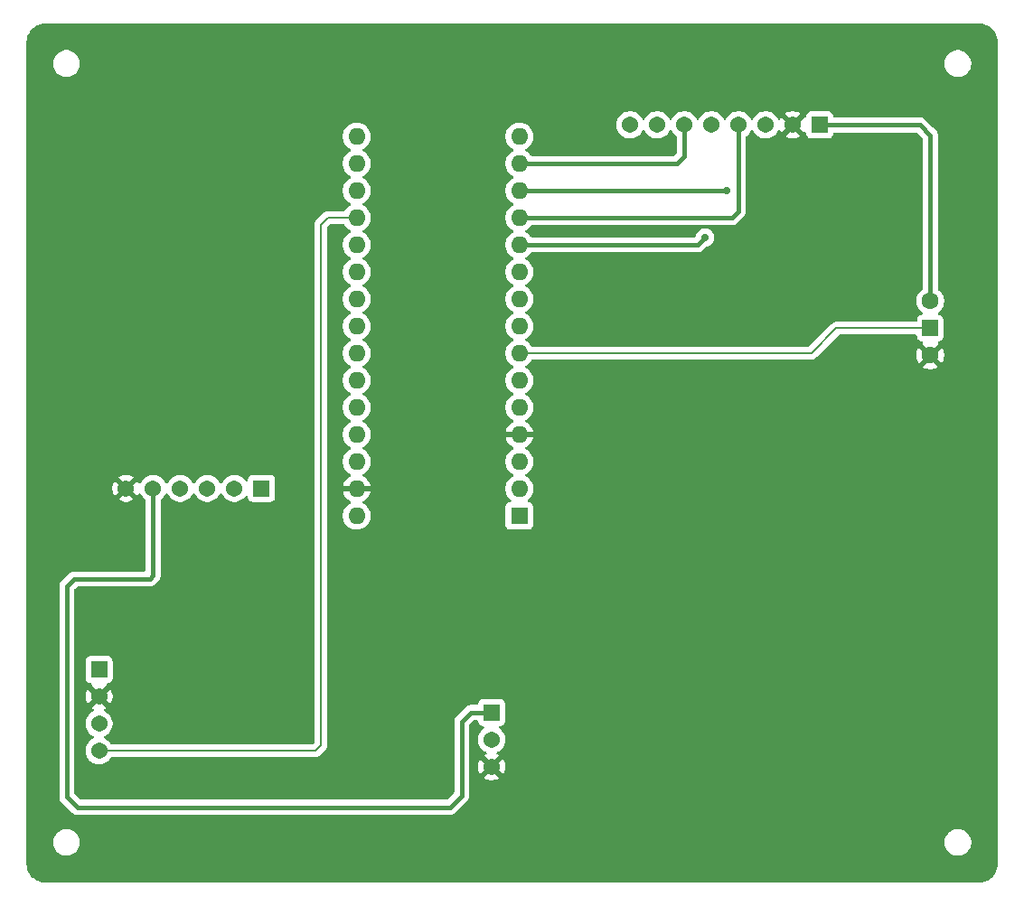
<source format=gbl>
G04 #@! TF.GenerationSoftware,KiCad,Pcbnew,9.0.2*
G04 #@! TF.CreationDate,2025-07-27T14:28:17-07:00*
G04 #@! TF.ProjectId,PortableWeatherStation,506f7274-6162-46c6-9557-656174686572,rev?*
G04 #@! TF.SameCoordinates,Original*
G04 #@! TF.FileFunction,Copper,L2,Bot*
G04 #@! TF.FilePolarity,Positive*
%FSLAX46Y46*%
G04 Gerber Fmt 4.6, Leading zero omitted, Abs format (unit mm)*
G04 Created by KiCad (PCBNEW 9.0.2) date 2025-07-27 14:28:17*
%MOMM*%
%LPD*%
G01*
G04 APERTURE LIST*
G04 #@! TA.AperFunction,ComponentPad*
%ADD10R,1.540000X1.540000*%
G04 #@! TD*
G04 #@! TA.AperFunction,ComponentPad*
%ADD11C,1.540000*%
G04 #@! TD*
G04 #@! TA.AperFunction,ComponentPad*
%ADD12R,1.600000X1.600000*%
G04 #@! TD*
G04 #@! TA.AperFunction,ComponentPad*
%ADD13O,1.600000X1.600000*%
G04 #@! TD*
G04 #@! TA.AperFunction,ComponentPad*
%ADD14R,1.500000X1.500000*%
G04 #@! TD*
G04 #@! TA.AperFunction,ComponentPad*
%ADD15C,1.600000*%
G04 #@! TD*
G04 #@! TA.AperFunction,ViaPad*
%ADD16C,0.700000*%
G04 #@! TD*
G04 #@! TA.AperFunction,Conductor*
%ADD17C,0.400000*%
G04 #@! TD*
G04 #@! TA.AperFunction,Conductor*
%ADD18C,0.200000*%
G04 #@! TD*
G04 APERTURE END LIST*
D10*
X115850000Y-99905486D03*
D11*
X113310000Y-99905486D03*
X110770000Y-99905486D03*
X108230000Y-99905486D03*
X105690000Y-99905486D03*
X103150000Y-99905486D03*
D10*
X168150000Y-65845786D03*
D11*
X165610000Y-65845786D03*
X163070000Y-65845786D03*
X160530000Y-65845786D03*
X157990000Y-65845786D03*
X155450000Y-65845786D03*
X152910000Y-65845786D03*
X150370000Y-65845786D03*
D10*
X100626000Y-116890000D03*
D11*
X100626000Y-119430000D03*
X100626000Y-121970000D03*
X100626000Y-124510000D03*
D12*
X140000000Y-102480000D03*
D13*
X140000000Y-99940000D03*
X140000000Y-97400000D03*
X140000000Y-94860000D03*
X140000000Y-92320000D03*
X140000000Y-89780000D03*
X140000000Y-87240000D03*
X140000000Y-84700000D03*
X140000000Y-82160000D03*
X140000000Y-79620000D03*
X140000000Y-77080000D03*
X140000000Y-74540000D03*
X140000000Y-72000000D03*
X140000000Y-69460000D03*
X140000000Y-66920000D03*
X124760000Y-66920000D03*
X124760000Y-69460000D03*
X124760000Y-72000000D03*
X124760000Y-74540000D03*
X124760000Y-77080000D03*
X124760000Y-79620000D03*
X124760000Y-82160000D03*
X124760000Y-84700000D03*
X124760000Y-87240000D03*
X124760000Y-89780000D03*
X124760000Y-92320000D03*
X124760000Y-94860000D03*
X124760000Y-97400000D03*
X124760000Y-99940000D03*
X124760000Y-102480000D03*
D14*
X178500000Y-84895786D03*
D15*
X178500000Y-82355786D03*
X178500000Y-87435786D03*
D10*
X137400000Y-120920000D03*
D11*
X137400000Y-123460000D03*
X137400000Y-126000000D03*
D16*
X157400000Y-76400000D03*
X159400000Y-72000000D03*
D17*
X140000000Y-77080000D02*
X156720000Y-77080000D01*
X156720000Y-77080000D02*
X157400000Y-76400000D01*
X160500000Y-65875786D02*
X160530000Y-65845786D01*
X140000000Y-74540000D02*
X159900000Y-74540000D01*
X159900000Y-74540000D02*
X160500000Y-73940000D01*
X160500000Y-73940000D02*
X160500000Y-65875786D01*
D18*
X121400000Y-75200000D02*
X121400000Y-124000000D01*
X121400000Y-124000000D02*
X120890000Y-124510000D01*
X124760000Y-74540000D02*
X122060000Y-74540000D01*
X122060000Y-74540000D02*
X121400000Y-75200000D01*
X120890000Y-124510000D02*
X100626000Y-124510000D01*
D17*
X154740000Y-69460000D02*
X155450000Y-68750000D01*
X140000000Y-69460000D02*
X154740000Y-69460000D01*
X155450000Y-68750000D02*
X155450000Y-65845786D01*
D18*
X167360000Y-87240000D02*
X169704214Y-84895786D01*
X140000000Y-87240000D02*
X167360000Y-87240000D01*
X169704214Y-84895786D02*
X178500000Y-84895786D01*
D17*
X140000000Y-72000000D02*
X159400000Y-72000000D01*
X177545786Y-65845786D02*
X178500000Y-66800000D01*
X133500000Y-129800000D02*
X134600000Y-128700000D01*
X105690000Y-99905486D02*
X105690000Y-108110000D01*
X105400000Y-108400000D02*
X98300000Y-108400000D01*
X105690000Y-108110000D02*
X105400000Y-108400000D01*
X98600000Y-129800000D02*
X133500000Y-129800000D01*
X168150000Y-65845786D02*
X177545786Y-65845786D01*
X134600000Y-121800000D02*
X135480000Y-120920000D01*
X97600000Y-128800000D02*
X98600000Y-129800000D01*
X97600000Y-109100000D02*
X97600000Y-128800000D01*
X98300000Y-108400000D02*
X97600000Y-109100000D01*
X134600000Y-128700000D02*
X134600000Y-121800000D01*
X178500000Y-66800000D02*
X178500000Y-82355786D01*
X135480000Y-120920000D02*
X137400000Y-120920000D01*
G04 #@! TA.AperFunction,Conductor*
G36*
X165210000Y-65898447D02*
G01*
X165237259Y-66000180D01*
X165289920Y-66091392D01*
X165364394Y-66165866D01*
X165455606Y-66218527D01*
X165557339Y-66245786D01*
X165563553Y-66245786D01*
X164905555Y-66903781D01*
X164905555Y-66903782D01*
X164944378Y-66931988D01*
X165122491Y-67022742D01*
X165312606Y-67084513D01*
X165510050Y-67115786D01*
X165709950Y-67115786D01*
X165907393Y-67084513D01*
X166097508Y-67022742D01*
X166275617Y-66931990D01*
X166275630Y-66931982D01*
X166314443Y-66903783D01*
X166314444Y-66903782D01*
X165656447Y-66245786D01*
X165662661Y-66245786D01*
X165764394Y-66218527D01*
X165855606Y-66165866D01*
X165930080Y-66091392D01*
X165982741Y-66000180D01*
X166010000Y-65898447D01*
X166010000Y-65892233D01*
X166667996Y-66550230D01*
X166679196Y-66549348D01*
X166710509Y-66525202D01*
X166780122Y-66519221D01*
X166841918Y-66551825D01*
X166876277Y-66612663D01*
X166879500Y-66640747D01*
X166879500Y-66663653D01*
X166879501Y-66663662D01*
X166885908Y-66723269D01*
X166936202Y-66858114D01*
X166936206Y-66858121D01*
X167022452Y-66973330D01*
X167022455Y-66973333D01*
X167137664Y-67059579D01*
X167137671Y-67059583D01*
X167272517Y-67109877D01*
X167272516Y-67109877D01*
X167279444Y-67110621D01*
X167332127Y-67116286D01*
X168967872Y-67116285D01*
X169027483Y-67109877D01*
X169162331Y-67059582D01*
X169277546Y-66973332D01*
X169363796Y-66858117D01*
X169414091Y-66723269D01*
X169420500Y-66663659D01*
X169420500Y-66663653D01*
X169420502Y-66663624D01*
X169420504Y-66663616D01*
X169420855Y-66660358D01*
X169421625Y-66660440D01*
X169443760Y-66597739D01*
X169498946Y-66554887D01*
X169544323Y-66546286D01*
X177204267Y-66546286D01*
X177271306Y-66565971D01*
X177291948Y-66582605D01*
X177763181Y-67053837D01*
X177796666Y-67115160D01*
X177799500Y-67141518D01*
X177799500Y-81194041D01*
X177779815Y-81261080D01*
X177748385Y-81294359D01*
X177652787Y-81363814D01*
X177652782Y-81363818D01*
X177508028Y-81508572D01*
X177387715Y-81674172D01*
X177294781Y-81856562D01*
X177231522Y-82051251D01*
X177199500Y-82253434D01*
X177199500Y-82458137D01*
X177231522Y-82660320D01*
X177294781Y-82855009D01*
X177387715Y-83037399D01*
X177508028Y-83202999D01*
X177652786Y-83347757D01*
X177755463Y-83422355D01*
X177798129Y-83477684D01*
X177804108Y-83547298D01*
X177771503Y-83609093D01*
X177710664Y-83643450D01*
X177695833Y-83645963D01*
X177642516Y-83651695D01*
X177507671Y-83701988D01*
X177507664Y-83701992D01*
X177392455Y-83788238D01*
X177392452Y-83788241D01*
X177306206Y-83903450D01*
X177306202Y-83903457D01*
X177255908Y-84038303D01*
X177249501Y-84097902D01*
X177249501Y-84097909D01*
X177249500Y-84097921D01*
X177249500Y-84171286D01*
X177229815Y-84238325D01*
X177177011Y-84284080D01*
X177125500Y-84295286D01*
X169783271Y-84295286D01*
X169625156Y-84295286D01*
X169472429Y-84336209D01*
X169472428Y-84336209D01*
X169472426Y-84336210D01*
X169472423Y-84336211D01*
X169422310Y-84365145D01*
X169422309Y-84365146D01*
X169378903Y-84390206D01*
X169335499Y-84415265D01*
X169335496Y-84415267D01*
X169223694Y-84527070D01*
X169223692Y-84527072D01*
X168181990Y-85568775D01*
X167147584Y-86603181D01*
X167086261Y-86636666D01*
X167059903Y-86639500D01*
X141229602Y-86639500D01*
X141162563Y-86619815D01*
X141119117Y-86571795D01*
X141112284Y-86558385D01*
X140991971Y-86392786D01*
X140847213Y-86248028D01*
X140681614Y-86127715D01*
X140675006Y-86124348D01*
X140588917Y-86080483D01*
X140538123Y-86032511D01*
X140521328Y-85964690D01*
X140543865Y-85898555D01*
X140588917Y-85859516D01*
X140681610Y-85812287D01*
X140762842Y-85753269D01*
X140847213Y-85691971D01*
X140847215Y-85691968D01*
X140847219Y-85691966D01*
X140991966Y-85547219D01*
X140991968Y-85547215D01*
X140991971Y-85547213D01*
X141044732Y-85474590D01*
X141112287Y-85381610D01*
X141205220Y-85199219D01*
X141268477Y-85004534D01*
X141300500Y-84802352D01*
X141300500Y-84597648D01*
X141268477Y-84395466D01*
X141258625Y-84365146D01*
X141205218Y-84200776D01*
X141152807Y-84097915D01*
X141112287Y-84018390D01*
X141104556Y-84007749D01*
X140991971Y-83852786D01*
X140847213Y-83708028D01*
X140681614Y-83587715D01*
X140675006Y-83584348D01*
X140588917Y-83540483D01*
X140538123Y-83492511D01*
X140521328Y-83424690D01*
X140543865Y-83358555D01*
X140588917Y-83319516D01*
X140681610Y-83272287D01*
X140702770Y-83256913D01*
X140847213Y-83151971D01*
X140847215Y-83151968D01*
X140847219Y-83151966D01*
X140991966Y-83007219D01*
X140991968Y-83007215D01*
X140991971Y-83007213D01*
X141044732Y-82934590D01*
X141112287Y-82841610D01*
X141205220Y-82659219D01*
X141268477Y-82464534D01*
X141300500Y-82262352D01*
X141300500Y-82057648D01*
X141299487Y-82051251D01*
X141268477Y-81855465D01*
X141205218Y-81660776D01*
X141171503Y-81594607D01*
X141112287Y-81478390D01*
X141104556Y-81467749D01*
X140991971Y-81312786D01*
X140847213Y-81168028D01*
X140681614Y-81047715D01*
X140675006Y-81044348D01*
X140588917Y-81000483D01*
X140538123Y-80952511D01*
X140521328Y-80884690D01*
X140543865Y-80818555D01*
X140588917Y-80779516D01*
X140681610Y-80732287D01*
X140702770Y-80716913D01*
X140847213Y-80611971D01*
X140847215Y-80611968D01*
X140847219Y-80611966D01*
X140991966Y-80467219D01*
X140991968Y-80467215D01*
X140991971Y-80467213D01*
X141044732Y-80394590D01*
X141112287Y-80301610D01*
X141205220Y-80119219D01*
X141268477Y-79924534D01*
X141300500Y-79722352D01*
X141300500Y-79517648D01*
X141268477Y-79315466D01*
X141205220Y-79120781D01*
X141205218Y-79120778D01*
X141205218Y-79120776D01*
X141171503Y-79054607D01*
X141112287Y-78938390D01*
X141104556Y-78927749D01*
X140991971Y-78772786D01*
X140847213Y-78628028D01*
X140681614Y-78507715D01*
X140675006Y-78504348D01*
X140588917Y-78460483D01*
X140538123Y-78412511D01*
X140521328Y-78344690D01*
X140543865Y-78278555D01*
X140588917Y-78239516D01*
X140681610Y-78192287D01*
X140702770Y-78176913D01*
X140847213Y-78071971D01*
X140847215Y-78071968D01*
X140847219Y-78071966D01*
X140991966Y-77927219D01*
X141061425Y-77831615D01*
X141116755Y-77788949D01*
X141161744Y-77780500D01*
X156788996Y-77780500D01*
X156883959Y-77761610D01*
X156924328Y-77753580D01*
X156988069Y-77727177D01*
X157051807Y-77700777D01*
X157051808Y-77700776D01*
X157051811Y-77700775D01*
X157166543Y-77624114D01*
X157527562Y-77263093D01*
X157588881Y-77229611D01*
X157590946Y-77229180D01*
X157648082Y-77217816D01*
X157802863Y-77153703D01*
X157942162Y-77060626D01*
X158060626Y-76942162D01*
X158153703Y-76802863D01*
X158217816Y-76648082D01*
X158250500Y-76483767D01*
X158250500Y-76316233D01*
X158217816Y-76151918D01*
X158153703Y-75997137D01*
X158102486Y-75920485D01*
X158060626Y-75857837D01*
X157942162Y-75739373D01*
X157802860Y-75646295D01*
X157648082Y-75582184D01*
X157648074Y-75582182D01*
X157483771Y-75549500D01*
X157483767Y-75549500D01*
X157316233Y-75549500D01*
X157316228Y-75549500D01*
X157151925Y-75582182D01*
X157151917Y-75582184D01*
X156997139Y-75646295D01*
X156857837Y-75739373D01*
X156739373Y-75857837D01*
X156646295Y-75997139D01*
X156582184Y-76151917D01*
X156582183Y-76151922D01*
X156570839Y-76208949D01*
X156562074Y-76225704D01*
X156558055Y-76244181D01*
X156539307Y-76269224D01*
X156538453Y-76270859D01*
X156536904Y-76272436D01*
X156466162Y-76343180D01*
X156404840Y-76376666D01*
X156378480Y-76379500D01*
X141161744Y-76379500D01*
X141094705Y-76359815D01*
X141061425Y-76328384D01*
X140991969Y-76232784D01*
X140847213Y-76088028D01*
X140681614Y-75967715D01*
X140675006Y-75964348D01*
X140588917Y-75920483D01*
X140538123Y-75872511D01*
X140521328Y-75804690D01*
X140543865Y-75738555D01*
X140588917Y-75699516D01*
X140681610Y-75652287D01*
X140702770Y-75636913D01*
X140847213Y-75531971D01*
X140847215Y-75531968D01*
X140847219Y-75531966D01*
X140991966Y-75387219D01*
X141061425Y-75291615D01*
X141116755Y-75248949D01*
X141161744Y-75240500D01*
X159968996Y-75240500D01*
X160063959Y-75221610D01*
X160104328Y-75213580D01*
X160168069Y-75187177D01*
X160231807Y-75160777D01*
X160231808Y-75160776D01*
X160231811Y-75160775D01*
X160346543Y-75084114D01*
X161044114Y-74386543D01*
X161120775Y-74271811D01*
X161173580Y-74144329D01*
X161181980Y-74102097D01*
X161190457Y-74059483D01*
X161190457Y-74059479D01*
X161200500Y-74008993D01*
X161200500Y-66992244D01*
X161220185Y-66925205D01*
X161251612Y-66891927D01*
X161357675Y-66814869D01*
X161499083Y-66673461D01*
X161616629Y-66511673D01*
X161689515Y-66368626D01*
X161737490Y-66317831D01*
X161805311Y-66301036D01*
X161871446Y-66323574D01*
X161910484Y-66368626D01*
X161983371Y-66511673D01*
X162100917Y-66673461D01*
X162242325Y-66814869D01*
X162404113Y-66932415D01*
X162521533Y-66992244D01*
X162582299Y-67023206D01*
X162676573Y-67053837D01*
X162772490Y-67085002D01*
X162970009Y-67116286D01*
X162970010Y-67116286D01*
X163169990Y-67116286D01*
X163169991Y-67116286D01*
X163367510Y-67085002D01*
X163557703Y-67023205D01*
X163735887Y-66932415D01*
X163897675Y-66814869D01*
X164039083Y-66673461D01*
X164156629Y-66511673D01*
X164229796Y-66368073D01*
X164277769Y-66317280D01*
X164345590Y-66300485D01*
X164411725Y-66323022D01*
X164450764Y-66368075D01*
X164523795Y-66511404D01*
X164523799Y-66511411D01*
X164552001Y-66550229D01*
X164552002Y-66550229D01*
X165210000Y-65892231D01*
X165210000Y-65898447D01*
G37*
G04 #@! TD.AperFunction*
G04 #@! TA.AperFunction,Conductor*
G36*
X183090206Y-56336601D02*
G01*
X183325931Y-56353459D01*
X183343432Y-56355976D01*
X183570013Y-56405264D01*
X183586989Y-56410248D01*
X183804257Y-56491283D01*
X183820350Y-56498633D01*
X184023857Y-56609755D01*
X184038740Y-56619319D01*
X184224378Y-56758283D01*
X184237750Y-56769869D01*
X184401719Y-56933836D01*
X184413298Y-56947199D01*
X184552265Y-57132833D01*
X184561825Y-57147709D01*
X184672961Y-57351235D01*
X184680309Y-57367327D01*
X184680310Y-57367329D01*
X184761342Y-57584580D01*
X184766327Y-57601555D01*
X184815619Y-57828139D01*
X184818137Y-57845651D01*
X184834970Y-58080978D01*
X184835286Y-58089825D01*
X184835286Y-135081361D01*
X184834970Y-135090207D01*
X184818112Y-135325924D01*
X184815594Y-135343435D01*
X184766307Y-135570010D01*
X184761323Y-135586986D01*
X184680290Y-135804249D01*
X184672940Y-135820343D01*
X184561812Y-136023858D01*
X184552247Y-136038741D01*
X184413288Y-136224369D01*
X184401702Y-136237740D01*
X184237740Y-136401702D01*
X184224369Y-136413288D01*
X184038741Y-136552247D01*
X184023858Y-136561812D01*
X183820343Y-136672940D01*
X183804249Y-136680290D01*
X183586986Y-136761323D01*
X183570010Y-136766307D01*
X183343435Y-136815594D01*
X183325924Y-136818112D01*
X183130382Y-136832096D01*
X183090205Y-136834970D01*
X183081362Y-136835286D01*
X95590217Y-136835286D01*
X95581370Y-136834970D01*
X95345655Y-136818109D01*
X95328143Y-136815591D01*
X95101563Y-136766300D01*
X95084588Y-136761315D01*
X94867338Y-136680283D01*
X94851245Y-136672934D01*
X94647727Y-136561804D01*
X94632843Y-136552238D01*
X94447221Y-136413280D01*
X94433850Y-136401694D01*
X94269889Y-136237730D01*
X94258304Y-136224360D01*
X94119342Y-136038726D01*
X94109789Y-136023863D01*
X93998651Y-135820327D01*
X93991307Y-135804244D01*
X93910271Y-135586971D01*
X93905292Y-135570010D01*
X93856004Y-135343428D01*
X93853487Y-135325927D01*
X93839882Y-135135680D01*
X93836602Y-135089811D01*
X93836286Y-135080966D01*
X93836286Y-132987363D01*
X96335286Y-132987363D01*
X96335286Y-133184208D01*
X96366076Y-133378612D01*
X96426903Y-133565815D01*
X96477521Y-133665157D01*
X96516262Y-133741191D01*
X96631958Y-133900432D01*
X96771140Y-134039614D01*
X96930381Y-134155310D01*
X97013241Y-134197529D01*
X97105756Y-134244668D01*
X97105758Y-134244668D01*
X97105761Y-134244670D01*
X97206103Y-134277273D01*
X97292959Y-134305495D01*
X97487364Y-134336286D01*
X97487369Y-134336286D01*
X97684208Y-134336286D01*
X97878612Y-134305495D01*
X98065811Y-134244670D01*
X98241191Y-134155310D01*
X98400432Y-134039614D01*
X98539614Y-133900432D01*
X98655310Y-133741191D01*
X98744670Y-133565811D01*
X98805495Y-133378612D01*
X98817415Y-133303354D01*
X98836286Y-133184208D01*
X98836286Y-132987363D01*
X179835286Y-132987363D01*
X179835286Y-133184208D01*
X179866076Y-133378612D01*
X179926903Y-133565815D01*
X179977521Y-133665157D01*
X180016262Y-133741191D01*
X180131958Y-133900432D01*
X180271140Y-134039614D01*
X180430381Y-134155310D01*
X180513241Y-134197529D01*
X180605756Y-134244668D01*
X180605758Y-134244668D01*
X180605761Y-134244670D01*
X180706103Y-134277273D01*
X180792959Y-134305495D01*
X180987364Y-134336286D01*
X180987369Y-134336286D01*
X181184208Y-134336286D01*
X181378612Y-134305495D01*
X181565811Y-134244670D01*
X181741191Y-134155310D01*
X181900432Y-134039614D01*
X182039614Y-133900432D01*
X182155310Y-133741191D01*
X182244670Y-133565811D01*
X182305495Y-133378612D01*
X182317415Y-133303354D01*
X182336286Y-133184208D01*
X182336286Y-132987363D01*
X182305495Y-132792959D01*
X182244668Y-132605756D01*
X182155309Y-132430380D01*
X182110393Y-132368559D01*
X182039614Y-132271140D01*
X181900432Y-132131958D01*
X181741191Y-132016262D01*
X181565815Y-131926903D01*
X181378612Y-131866076D01*
X181184208Y-131835286D01*
X181184203Y-131835286D01*
X180987369Y-131835286D01*
X180987364Y-131835286D01*
X180792959Y-131866076D01*
X180605756Y-131926903D01*
X180430380Y-132016262D01*
X180339527Y-132082271D01*
X180271140Y-132131958D01*
X180271138Y-132131960D01*
X180271137Y-132131960D01*
X180131960Y-132271137D01*
X180131960Y-132271138D01*
X180131958Y-132271140D01*
X180082271Y-132339527D01*
X180016262Y-132430380D01*
X179926903Y-132605756D01*
X179866076Y-132792959D01*
X179835286Y-132987363D01*
X98836286Y-132987363D01*
X98805495Y-132792959D01*
X98744668Y-132605756D01*
X98655309Y-132430380D01*
X98610393Y-132368559D01*
X98539614Y-132271140D01*
X98400432Y-132131958D01*
X98241191Y-132016262D01*
X98065815Y-131926903D01*
X97878612Y-131866076D01*
X97684208Y-131835286D01*
X97684203Y-131835286D01*
X97487369Y-131835286D01*
X97487364Y-131835286D01*
X97292959Y-131866076D01*
X97105756Y-131926903D01*
X96930380Y-132016262D01*
X96839527Y-132082271D01*
X96771140Y-132131958D01*
X96771138Y-132131960D01*
X96771137Y-132131960D01*
X96631960Y-132271137D01*
X96631960Y-132271138D01*
X96631958Y-132271140D01*
X96582271Y-132339527D01*
X96516262Y-132430380D01*
X96426903Y-132605756D01*
X96366076Y-132792959D01*
X96335286Y-132987363D01*
X93836286Y-132987363D01*
X93836286Y-128868996D01*
X96899499Y-128868996D01*
X96926418Y-129004322D01*
X96926421Y-129004332D01*
X96979222Y-129131807D01*
X97055887Y-129246545D01*
X98153454Y-130344112D01*
X98268192Y-130420777D01*
X98395667Y-130473578D01*
X98395672Y-130473580D01*
X98395676Y-130473580D01*
X98395677Y-130473581D01*
X98531003Y-130500500D01*
X98531006Y-130500500D01*
X133568996Y-130500500D01*
X133660040Y-130482389D01*
X133704328Y-130473580D01*
X133768069Y-130447177D01*
X133831807Y-130420777D01*
X133831808Y-130420776D01*
X133831811Y-130420775D01*
X133946543Y-130344114D01*
X135144114Y-129146543D01*
X135220775Y-129031811D01*
X135273580Y-128904328D01*
X135300500Y-128768994D01*
X135300500Y-128631006D01*
X135300500Y-122141519D01*
X135320185Y-122074480D01*
X135336819Y-122053838D01*
X135733838Y-121656819D01*
X135760765Y-121642115D01*
X135786584Y-121625523D01*
X135792784Y-121624631D01*
X135795161Y-121623334D01*
X135821519Y-121620500D01*
X136005678Y-121620500D01*
X136072717Y-121640185D01*
X136118472Y-121692989D01*
X136128702Y-121734618D01*
X136129146Y-121734571D01*
X136135908Y-121797483D01*
X136186202Y-121932328D01*
X136186206Y-121932335D01*
X136272452Y-122047544D01*
X136272455Y-122047547D01*
X136387664Y-122133793D01*
X136387671Y-122133797D01*
X136408375Y-122141519D01*
X136522517Y-122184091D01*
X136582127Y-122190500D01*
X136604178Y-122190499D01*
X136671215Y-122210181D01*
X136716972Y-122262983D01*
X136726919Y-122332141D01*
X136697896Y-122395698D01*
X136677067Y-122414816D01*
X136572325Y-122490916D01*
X136430919Y-122632322D01*
X136430919Y-122632323D01*
X136430917Y-122632325D01*
X136380435Y-122701806D01*
X136313371Y-122794112D01*
X136222579Y-122972299D01*
X136160784Y-123162488D01*
X136129500Y-123360009D01*
X136129500Y-123559990D01*
X136160784Y-123757511D01*
X136222579Y-123947700D01*
X136222581Y-123947703D01*
X136313371Y-124125887D01*
X136430917Y-124287675D01*
X136572325Y-124429083D01*
X136734113Y-124546629D01*
X136877709Y-124619795D01*
X136928505Y-124667770D01*
X136945300Y-124735591D01*
X136922763Y-124801726D01*
X136877710Y-124840764D01*
X136734375Y-124913798D01*
X136695555Y-124942001D01*
X136695555Y-124942002D01*
X137353553Y-125600000D01*
X137347339Y-125600000D01*
X137245606Y-125627259D01*
X137154394Y-125679920D01*
X137079920Y-125754394D01*
X137027259Y-125845606D01*
X137000000Y-125947339D01*
X137000000Y-125953553D01*
X136342002Y-125295555D01*
X136342001Y-125295555D01*
X136313800Y-125334372D01*
X136223043Y-125512491D01*
X136161272Y-125702606D01*
X136130000Y-125900049D01*
X136130000Y-126099950D01*
X136161272Y-126297393D01*
X136223043Y-126487508D01*
X136313798Y-126665623D01*
X136313799Y-126665625D01*
X136342001Y-126704443D01*
X136342002Y-126704443D01*
X137000000Y-126046445D01*
X137000000Y-126052661D01*
X137027259Y-126154394D01*
X137079920Y-126245606D01*
X137154394Y-126320080D01*
X137245606Y-126372741D01*
X137347339Y-126400000D01*
X137353553Y-126400000D01*
X136695555Y-127057995D01*
X136695555Y-127057996D01*
X136734378Y-127086202D01*
X136912491Y-127176956D01*
X137102606Y-127238727D01*
X137300050Y-127270000D01*
X137499950Y-127270000D01*
X137697393Y-127238727D01*
X137887508Y-127176956D01*
X138065617Y-127086204D01*
X138065630Y-127086196D01*
X138104443Y-127057997D01*
X138104444Y-127057996D01*
X137446447Y-126400000D01*
X137452661Y-126400000D01*
X137554394Y-126372741D01*
X137645606Y-126320080D01*
X137720080Y-126245606D01*
X137772741Y-126154394D01*
X137800000Y-126052661D01*
X137800000Y-126046447D01*
X138457996Y-126704444D01*
X138457997Y-126704443D01*
X138486196Y-126665630D01*
X138486204Y-126665617D01*
X138576956Y-126487508D01*
X138638727Y-126297393D01*
X138670000Y-126099950D01*
X138670000Y-125900049D01*
X138638727Y-125702606D01*
X138576956Y-125512491D01*
X138486202Y-125334378D01*
X138457996Y-125295555D01*
X138457995Y-125295555D01*
X137800000Y-125953551D01*
X137800000Y-125947339D01*
X137772741Y-125845606D01*
X137720080Y-125754394D01*
X137645606Y-125679920D01*
X137554394Y-125627259D01*
X137452661Y-125600000D01*
X137446445Y-125600000D01*
X138104443Y-124942002D01*
X138104443Y-124942001D01*
X138065625Y-124913799D01*
X138065618Y-124913795D01*
X137922289Y-124840764D01*
X137871494Y-124792790D01*
X137854699Y-124724969D01*
X137877237Y-124658834D01*
X137922287Y-124619797D01*
X138065887Y-124546629D01*
X138227675Y-124429083D01*
X138369083Y-124287675D01*
X138486629Y-124125887D01*
X138577419Y-123947703D01*
X138639216Y-123757510D01*
X138670500Y-123559991D01*
X138670500Y-123360009D01*
X138639216Y-123162490D01*
X138577419Y-122972297D01*
X138486629Y-122794113D01*
X138369083Y-122632325D01*
X138227675Y-122490917D01*
X138122931Y-122414816D01*
X138080267Y-122359487D01*
X138074288Y-122289873D01*
X138106894Y-122228078D01*
X138167733Y-122193721D01*
X138195818Y-122190499D01*
X138217871Y-122190499D01*
X138217872Y-122190499D01*
X138277483Y-122184091D01*
X138412331Y-122133796D01*
X138527546Y-122047546D01*
X138613796Y-121932331D01*
X138664091Y-121797483D01*
X138670500Y-121737873D01*
X138670499Y-120102128D01*
X138664091Y-120042517D01*
X138613796Y-119907669D01*
X138613795Y-119907668D01*
X138613793Y-119907664D01*
X138527547Y-119792455D01*
X138527544Y-119792452D01*
X138412335Y-119706206D01*
X138412328Y-119706202D01*
X138277482Y-119655908D01*
X138277483Y-119655908D01*
X138217883Y-119649501D01*
X138217881Y-119649500D01*
X138217873Y-119649500D01*
X138217864Y-119649500D01*
X136582129Y-119649500D01*
X136582123Y-119649501D01*
X136522516Y-119655908D01*
X136387671Y-119706202D01*
X136387664Y-119706206D01*
X136272455Y-119792452D01*
X136272452Y-119792455D01*
X136186206Y-119907664D01*
X136186202Y-119907671D01*
X136135908Y-120042517D01*
X136129499Y-120102127D01*
X136129498Y-120102162D01*
X136129495Y-120102169D01*
X136129145Y-120105428D01*
X136128374Y-120105345D01*
X136106240Y-120168047D01*
X136051054Y-120210899D01*
X136005677Y-120219500D01*
X135411004Y-120219500D01*
X135275677Y-120246418D01*
X135275667Y-120246421D01*
X135148192Y-120299222D01*
X135033454Y-120375887D01*
X134055887Y-121353454D01*
X133981950Y-121464111D01*
X133981949Y-121464112D01*
X133979222Y-121468191D01*
X133926421Y-121595667D01*
X133926418Y-121595677D01*
X133899500Y-121731004D01*
X133899500Y-128358481D01*
X133879815Y-128425520D01*
X133863181Y-128446162D01*
X133246162Y-129063181D01*
X133184839Y-129096666D01*
X133158481Y-129099500D01*
X98941519Y-129099500D01*
X98874480Y-129079815D01*
X98853838Y-129063181D01*
X98336819Y-128546162D01*
X98303334Y-128484839D01*
X98300500Y-128458481D01*
X98300500Y-116072135D01*
X99355500Y-116072135D01*
X99355500Y-117707870D01*
X99355501Y-117707876D01*
X99361908Y-117767483D01*
X99412202Y-117902328D01*
X99412206Y-117902335D01*
X99498452Y-118017544D01*
X99498455Y-118017547D01*
X99613664Y-118103793D01*
X99613671Y-118103797D01*
X99658618Y-118120561D01*
X99748517Y-118154091D01*
X99808127Y-118160500D01*
X99831026Y-118160499D01*
X99898063Y-118180181D01*
X99943820Y-118232983D01*
X99953767Y-118302141D01*
X99924744Y-118365698D01*
X99921841Y-118368361D01*
X99921555Y-118372002D01*
X100579553Y-119030000D01*
X100573339Y-119030000D01*
X100471606Y-119057259D01*
X100380394Y-119109920D01*
X100305920Y-119184394D01*
X100253259Y-119275606D01*
X100226000Y-119377339D01*
X100226000Y-119383553D01*
X99568002Y-118725555D01*
X99568001Y-118725555D01*
X99539800Y-118764372D01*
X99449043Y-118942491D01*
X99387272Y-119132606D01*
X99356000Y-119330049D01*
X99356000Y-119529950D01*
X99387272Y-119727393D01*
X99449043Y-119917508D01*
X99539798Y-120095623D01*
X99539799Y-120095625D01*
X99568001Y-120134443D01*
X99568002Y-120134443D01*
X100226000Y-119476445D01*
X100226000Y-119482661D01*
X100253259Y-119584394D01*
X100305920Y-119675606D01*
X100380394Y-119750080D01*
X100471606Y-119802741D01*
X100573339Y-119830000D01*
X100579553Y-119830000D01*
X99921555Y-120487995D01*
X99921555Y-120487996D01*
X99960379Y-120516202D01*
X100103709Y-120589234D01*
X100154505Y-120637209D01*
X100171300Y-120705030D01*
X100148762Y-120771165D01*
X100103710Y-120810203D01*
X99960114Y-120883369D01*
X99846931Y-120965602D01*
X99798325Y-121000917D01*
X99798323Y-121000919D01*
X99798322Y-121000919D01*
X99656919Y-121142322D01*
X99656919Y-121142323D01*
X99656917Y-121142325D01*
X99606435Y-121211806D01*
X99539371Y-121304112D01*
X99448579Y-121482299D01*
X99386784Y-121672488D01*
X99355500Y-121870009D01*
X99355500Y-122069990D01*
X99386784Y-122267511D01*
X99448579Y-122457700D01*
X99537555Y-122632322D01*
X99539371Y-122635887D01*
X99656917Y-122797675D01*
X99798325Y-122939083D01*
X99943511Y-123044567D01*
X99960117Y-123056632D01*
X100103158Y-123129516D01*
X100153954Y-123177490D01*
X100170749Y-123245311D01*
X100148211Y-123311446D01*
X100103158Y-123350484D01*
X99960117Y-123423367D01*
X99852254Y-123501735D01*
X99798325Y-123540917D01*
X99798323Y-123540919D01*
X99798322Y-123540919D01*
X99656919Y-123682322D01*
X99656919Y-123682323D01*
X99656917Y-123682325D01*
X99606829Y-123751265D01*
X99539371Y-123844112D01*
X99448579Y-124022299D01*
X99386784Y-124212488D01*
X99355500Y-124410009D01*
X99355500Y-124609990D01*
X99386784Y-124807511D01*
X99448579Y-124997700D01*
X99485202Y-125069576D01*
X99539371Y-125175887D01*
X99656917Y-125337675D01*
X99798325Y-125479083D01*
X99960113Y-125596629D01*
X100057884Y-125646446D01*
X100138299Y-125687420D01*
X100185038Y-125702606D01*
X100328490Y-125749216D01*
X100526009Y-125780500D01*
X100526010Y-125780500D01*
X100725990Y-125780500D01*
X100725991Y-125780500D01*
X100923510Y-125749216D01*
X101113703Y-125687419D01*
X101291887Y-125596629D01*
X101453675Y-125479083D01*
X101595083Y-125337675D01*
X101712629Y-125175887D01*
X101712633Y-125175880D01*
X101715174Y-125171735D01*
X101716682Y-125172659D01*
X101759432Y-125127404D01*
X101821933Y-125110500D01*
X120803331Y-125110500D01*
X120803347Y-125110501D01*
X120810943Y-125110501D01*
X120969054Y-125110501D01*
X120969057Y-125110501D01*
X121121785Y-125069577D01*
X121171904Y-125040639D01*
X121258716Y-124990520D01*
X121370520Y-124878716D01*
X121370520Y-124878714D01*
X121380728Y-124868507D01*
X121380730Y-124868504D01*
X121758506Y-124490728D01*
X121758511Y-124490724D01*
X121768714Y-124480520D01*
X121768716Y-124480520D01*
X121880520Y-124368716D01*
X121944434Y-124258013D01*
X121959577Y-124231785D01*
X122000501Y-124079057D01*
X122000501Y-123920943D01*
X122000501Y-123913348D01*
X122000500Y-123913330D01*
X122000500Y-75500097D01*
X122020185Y-75433058D01*
X122036819Y-75412416D01*
X122272416Y-75176819D01*
X122333739Y-75143334D01*
X122360097Y-75140500D01*
X123530398Y-75140500D01*
X123597437Y-75160185D01*
X123640882Y-75208204D01*
X123643622Y-75213581D01*
X123647715Y-75221614D01*
X123768028Y-75387213D01*
X123912786Y-75531971D01*
X124067749Y-75644556D01*
X124078390Y-75652287D01*
X124169840Y-75698883D01*
X124171080Y-75699515D01*
X124221876Y-75747490D01*
X124238671Y-75815311D01*
X124216134Y-75881446D01*
X124171080Y-75920485D01*
X124078386Y-75967715D01*
X123912786Y-76088028D01*
X123768028Y-76232786D01*
X123647715Y-76398386D01*
X123554781Y-76580776D01*
X123491522Y-76775465D01*
X123459500Y-76977648D01*
X123459500Y-77182351D01*
X123491522Y-77384534D01*
X123554781Y-77579223D01*
X123577655Y-77624114D01*
X123643620Y-77753578D01*
X123647715Y-77761613D01*
X123768028Y-77927213D01*
X123912786Y-78071971D01*
X124067749Y-78184556D01*
X124078390Y-78192287D01*
X124169840Y-78238883D01*
X124171080Y-78239515D01*
X124221876Y-78287490D01*
X124238671Y-78355311D01*
X124216134Y-78421446D01*
X124171080Y-78460485D01*
X124078386Y-78507715D01*
X123912786Y-78628028D01*
X123768028Y-78772786D01*
X123647715Y-78938386D01*
X123554781Y-79120776D01*
X123491522Y-79315465D01*
X123459500Y-79517648D01*
X123459500Y-79722351D01*
X123491522Y-79924534D01*
X123554781Y-80119223D01*
X123647715Y-80301613D01*
X123768028Y-80467213D01*
X123912786Y-80611971D01*
X124067749Y-80724556D01*
X124078390Y-80732287D01*
X124169840Y-80778883D01*
X124171080Y-80779515D01*
X124221876Y-80827490D01*
X124238671Y-80895311D01*
X124216134Y-80961446D01*
X124171080Y-81000485D01*
X124078386Y-81047715D01*
X123912786Y-81168028D01*
X123768028Y-81312786D01*
X123647715Y-81478386D01*
X123554781Y-81660776D01*
X123491522Y-81855465D01*
X123459500Y-82057648D01*
X123459500Y-82262351D01*
X123491522Y-82464534D01*
X123554781Y-82659223D01*
X123647715Y-82841613D01*
X123768028Y-83007213D01*
X123912786Y-83151971D01*
X124067749Y-83264556D01*
X124078390Y-83272287D01*
X124169840Y-83318883D01*
X124171080Y-83319515D01*
X124221876Y-83367490D01*
X124238671Y-83435311D01*
X124216134Y-83501446D01*
X124171080Y-83540485D01*
X124078386Y-83587715D01*
X123912786Y-83708028D01*
X123768028Y-83852786D01*
X123647715Y-84018386D01*
X123554781Y-84200776D01*
X123491522Y-84395465D01*
X123459500Y-84597648D01*
X123459500Y-84802351D01*
X123491522Y-85004534D01*
X123554781Y-85199223D01*
X123647715Y-85381613D01*
X123768028Y-85547213D01*
X123912786Y-85691971D01*
X124067749Y-85804556D01*
X124078390Y-85812287D01*
X124169840Y-85858883D01*
X124171080Y-85859515D01*
X124221876Y-85907490D01*
X124238671Y-85975311D01*
X124216134Y-86041446D01*
X124171080Y-86080485D01*
X124078386Y-86127715D01*
X123912786Y-86248028D01*
X123768028Y-86392786D01*
X123647715Y-86558386D01*
X123554781Y-86740776D01*
X123491522Y-86935465D01*
X123459500Y-87137648D01*
X123459500Y-87342351D01*
X123491522Y-87544534D01*
X123554781Y-87739223D01*
X123647715Y-87921613D01*
X123768028Y-88087213D01*
X123912786Y-88231971D01*
X124067749Y-88344556D01*
X124078390Y-88352287D01*
X124169840Y-88398883D01*
X124171080Y-88399515D01*
X124221876Y-88447490D01*
X124238671Y-88515311D01*
X124216134Y-88581446D01*
X124171080Y-88620485D01*
X124078386Y-88667715D01*
X123912786Y-88788028D01*
X123768028Y-88932786D01*
X123647715Y-89098386D01*
X123554781Y-89280776D01*
X123491522Y-89475465D01*
X123459500Y-89677648D01*
X123459500Y-89882351D01*
X123491522Y-90084534D01*
X123554781Y-90279223D01*
X123647715Y-90461613D01*
X123768028Y-90627213D01*
X123912786Y-90771971D01*
X124067749Y-90884556D01*
X124078390Y-90892287D01*
X124169840Y-90938883D01*
X124171080Y-90939515D01*
X124221876Y-90987490D01*
X124238671Y-91055311D01*
X124216134Y-91121446D01*
X124171080Y-91160485D01*
X124078386Y-91207715D01*
X123912786Y-91328028D01*
X123768028Y-91472786D01*
X123647715Y-91638386D01*
X123554781Y-91820776D01*
X123491522Y-92015465D01*
X123459500Y-92217648D01*
X123459500Y-92422351D01*
X123491522Y-92624534D01*
X123554781Y-92819223D01*
X123647715Y-93001613D01*
X123768028Y-93167213D01*
X123912786Y-93311971D01*
X124067749Y-93424556D01*
X124078390Y-93432287D01*
X124169840Y-93478883D01*
X124171080Y-93479515D01*
X124221876Y-93527490D01*
X124238671Y-93595311D01*
X124216134Y-93661446D01*
X124171080Y-93700485D01*
X124078386Y-93747715D01*
X123912786Y-93868028D01*
X123768028Y-94012786D01*
X123647715Y-94178386D01*
X123554781Y-94360776D01*
X123491522Y-94555465D01*
X123459500Y-94757648D01*
X123459500Y-94962351D01*
X123491522Y-95164534D01*
X123554781Y-95359223D01*
X123647715Y-95541613D01*
X123768028Y-95707213D01*
X123912786Y-95851971D01*
X124067749Y-95964556D01*
X124078390Y-95972287D01*
X124169840Y-96018883D01*
X124171080Y-96019515D01*
X124221876Y-96067490D01*
X124238671Y-96135311D01*
X124216134Y-96201446D01*
X124171080Y-96240485D01*
X124078386Y-96287715D01*
X123912786Y-96408028D01*
X123768028Y-96552786D01*
X123647715Y-96718386D01*
X123554781Y-96900776D01*
X123491522Y-97095465D01*
X123459500Y-97297648D01*
X123459500Y-97502351D01*
X123491522Y-97704534D01*
X123554781Y-97899223D01*
X123647715Y-98081613D01*
X123768028Y-98247213D01*
X123912786Y-98391971D01*
X124067749Y-98504556D01*
X124078390Y-98512287D01*
X124150424Y-98548990D01*
X124171629Y-98559795D01*
X124222425Y-98607770D01*
X124239220Y-98675591D01*
X124216682Y-98741726D01*
X124171629Y-98780765D01*
X124078650Y-98828140D01*
X123913105Y-98948417D01*
X123913104Y-98948417D01*
X123768417Y-99093104D01*
X123768417Y-99093105D01*
X123648140Y-99258650D01*
X123555244Y-99440970D01*
X123492009Y-99635586D01*
X123483391Y-99690000D01*
X124326988Y-99690000D01*
X124294075Y-99747007D01*
X124260000Y-99874174D01*
X124260000Y-100005826D01*
X124294075Y-100132993D01*
X124326988Y-100190000D01*
X123483391Y-100190000D01*
X123492009Y-100244413D01*
X123555244Y-100439029D01*
X123648140Y-100621349D01*
X123768417Y-100786894D01*
X123768417Y-100786895D01*
X123913104Y-100931582D01*
X124078652Y-101051861D01*
X124171628Y-101099234D01*
X124222425Y-101147208D01*
X124239220Y-101215029D01*
X124216683Y-101281164D01*
X124171630Y-101320203D01*
X124078388Y-101367713D01*
X123912786Y-101488028D01*
X123768028Y-101632786D01*
X123647715Y-101798386D01*
X123554781Y-101980776D01*
X123491522Y-102175465D01*
X123459500Y-102377648D01*
X123459500Y-102582351D01*
X123491522Y-102784534D01*
X123554781Y-102979223D01*
X123647715Y-103161613D01*
X123768028Y-103327213D01*
X123912786Y-103471971D01*
X124067749Y-103584556D01*
X124078390Y-103592287D01*
X124167212Y-103637544D01*
X124260776Y-103685218D01*
X124260778Y-103685218D01*
X124260781Y-103685220D01*
X124365137Y-103719127D01*
X124455465Y-103748477D01*
X124556557Y-103764488D01*
X124657648Y-103780500D01*
X124657649Y-103780500D01*
X124862351Y-103780500D01*
X124862352Y-103780500D01*
X125064534Y-103748477D01*
X125259219Y-103685220D01*
X125441610Y-103592287D01*
X125537901Y-103522328D01*
X125607213Y-103471971D01*
X125607215Y-103471968D01*
X125607219Y-103471966D01*
X125751966Y-103327219D01*
X125751968Y-103327215D01*
X125751971Y-103327213D01*
X125804732Y-103254590D01*
X125872287Y-103161610D01*
X125965220Y-102979219D01*
X126028477Y-102784534D01*
X126060500Y-102582352D01*
X126060500Y-102377648D01*
X126028477Y-102175466D01*
X125965220Y-101980781D01*
X125965218Y-101980778D01*
X125965218Y-101980776D01*
X125931503Y-101914607D01*
X125872287Y-101798390D01*
X125864556Y-101787749D01*
X125751971Y-101632786D01*
X125607213Y-101488028D01*
X125441611Y-101367713D01*
X125348369Y-101320203D01*
X125297574Y-101272229D01*
X125280779Y-101204407D01*
X125303317Y-101138273D01*
X125348371Y-101099234D01*
X125441347Y-101051861D01*
X125606894Y-100931582D01*
X125606895Y-100931582D01*
X125751582Y-100786895D01*
X125751582Y-100786894D01*
X125871859Y-100621349D01*
X125964755Y-100439029D01*
X126027990Y-100244413D01*
X126036609Y-100190000D01*
X125193012Y-100190000D01*
X125225925Y-100132993D01*
X125260000Y-100005826D01*
X125260000Y-99874174D01*
X125225925Y-99747007D01*
X125193012Y-99690000D01*
X126036609Y-99690000D01*
X126027990Y-99635586D01*
X125964755Y-99440970D01*
X125871859Y-99258650D01*
X125751582Y-99093105D01*
X125751582Y-99093104D01*
X125606895Y-98948417D01*
X125441349Y-98828140D01*
X125348370Y-98780765D01*
X125297574Y-98732790D01*
X125280779Y-98664969D01*
X125303316Y-98598835D01*
X125348370Y-98559795D01*
X125348920Y-98559515D01*
X125441610Y-98512287D01*
X125462770Y-98496913D01*
X125607213Y-98391971D01*
X125607215Y-98391968D01*
X125607219Y-98391966D01*
X125751966Y-98247219D01*
X125751968Y-98247215D01*
X125751971Y-98247213D01*
X125804732Y-98174590D01*
X125872287Y-98081610D01*
X125965220Y-97899219D01*
X126028477Y-97704534D01*
X126060500Y-97502352D01*
X126060500Y-97297648D01*
X126028477Y-97095466D01*
X125965220Y-96900781D01*
X125965218Y-96900778D01*
X125965218Y-96900776D01*
X125931503Y-96834607D01*
X125872287Y-96718390D01*
X125864556Y-96707749D01*
X125751971Y-96552786D01*
X125607213Y-96408028D01*
X125441614Y-96287715D01*
X125435006Y-96284348D01*
X125348917Y-96240483D01*
X125298123Y-96192511D01*
X125281328Y-96124690D01*
X125303865Y-96058555D01*
X125348917Y-96019516D01*
X125441610Y-95972287D01*
X125462770Y-95956913D01*
X125607213Y-95851971D01*
X125607215Y-95851968D01*
X125607219Y-95851966D01*
X125751966Y-95707219D01*
X125751968Y-95707215D01*
X125751971Y-95707213D01*
X125804732Y-95634590D01*
X125872287Y-95541610D01*
X125965220Y-95359219D01*
X126028477Y-95164534D01*
X126060500Y-94962352D01*
X126060500Y-94757648D01*
X126046144Y-94667007D01*
X126028477Y-94555465D01*
X125965218Y-94360776D01*
X125872419Y-94178650D01*
X125872287Y-94178390D01*
X125864556Y-94167749D01*
X125751971Y-94012786D01*
X125607213Y-93868028D01*
X125441614Y-93747715D01*
X125435006Y-93744348D01*
X125348917Y-93700483D01*
X125298123Y-93652511D01*
X125281328Y-93584690D01*
X125303865Y-93518555D01*
X125348917Y-93479516D01*
X125441610Y-93432287D01*
X125462770Y-93416913D01*
X125607213Y-93311971D01*
X125607215Y-93311968D01*
X125607219Y-93311966D01*
X125751966Y-93167219D01*
X125751968Y-93167215D01*
X125751971Y-93167213D01*
X125804732Y-93094590D01*
X125872287Y-93001610D01*
X125965220Y-92819219D01*
X126028477Y-92624534D01*
X126060500Y-92422352D01*
X126060500Y-92217648D01*
X126028477Y-92015466D01*
X125965220Y-91820781D01*
X125965218Y-91820778D01*
X125965218Y-91820776D01*
X125931503Y-91754607D01*
X125872287Y-91638390D01*
X125864556Y-91627749D01*
X125751971Y-91472786D01*
X125607213Y-91328028D01*
X125441614Y-91207715D01*
X125435006Y-91204348D01*
X125348917Y-91160483D01*
X125298123Y-91112511D01*
X125281328Y-91044690D01*
X125303865Y-90978555D01*
X125348917Y-90939516D01*
X125441610Y-90892287D01*
X125462770Y-90876913D01*
X125607213Y-90771971D01*
X125607215Y-90771968D01*
X125607219Y-90771966D01*
X125751966Y-90627219D01*
X125751968Y-90627215D01*
X125751971Y-90627213D01*
X125804732Y-90554590D01*
X125872287Y-90461610D01*
X125965220Y-90279219D01*
X126028477Y-90084534D01*
X126060500Y-89882352D01*
X126060500Y-89677648D01*
X126028477Y-89475466D01*
X125965220Y-89280781D01*
X125965218Y-89280778D01*
X125965218Y-89280776D01*
X125931503Y-89214607D01*
X125872287Y-89098390D01*
X125864556Y-89087749D01*
X125751971Y-88932786D01*
X125607213Y-88788028D01*
X125441614Y-88667715D01*
X125388282Y-88640541D01*
X125348917Y-88620483D01*
X125298123Y-88572511D01*
X125281328Y-88504690D01*
X125303865Y-88438555D01*
X125348917Y-88399516D01*
X125441610Y-88352287D01*
X125462770Y-88336913D01*
X125607213Y-88231971D01*
X125607215Y-88231968D01*
X125607219Y-88231966D01*
X125751966Y-88087219D01*
X125751968Y-88087215D01*
X125751971Y-88087213D01*
X125804732Y-88014590D01*
X125872287Y-87921610D01*
X125965220Y-87739219D01*
X126028477Y-87544534D01*
X126060500Y-87342352D01*
X126060500Y-87137648D01*
X126028477Y-86935466D01*
X125965220Y-86740781D01*
X125965218Y-86740778D01*
X125965218Y-86740776D01*
X125931503Y-86674607D01*
X125872287Y-86558390D01*
X125864556Y-86547749D01*
X125751971Y-86392786D01*
X125607213Y-86248028D01*
X125441614Y-86127715D01*
X125435006Y-86124348D01*
X125348917Y-86080483D01*
X125298123Y-86032511D01*
X125281328Y-85964690D01*
X125303865Y-85898555D01*
X125348917Y-85859516D01*
X125441610Y-85812287D01*
X125522842Y-85753269D01*
X125607213Y-85691971D01*
X125607215Y-85691968D01*
X125607219Y-85691966D01*
X125751966Y-85547219D01*
X125751968Y-85547215D01*
X125751971Y-85547213D01*
X125804732Y-85474590D01*
X125872287Y-85381610D01*
X125965220Y-85199219D01*
X126028477Y-85004534D01*
X126060500Y-84802352D01*
X126060500Y-84597648D01*
X126028477Y-84395466D01*
X126018625Y-84365146D01*
X125965218Y-84200776D01*
X125912807Y-84097915D01*
X125872287Y-84018390D01*
X125864556Y-84007749D01*
X125751971Y-83852786D01*
X125607213Y-83708028D01*
X125441614Y-83587715D01*
X125435006Y-83584348D01*
X125348917Y-83540483D01*
X125298123Y-83492511D01*
X125281328Y-83424690D01*
X125303865Y-83358555D01*
X125348917Y-83319516D01*
X125441610Y-83272287D01*
X125462770Y-83256913D01*
X125607213Y-83151971D01*
X125607215Y-83151968D01*
X125607219Y-83151966D01*
X125751966Y-83007219D01*
X125751968Y-83007215D01*
X125751971Y-83007213D01*
X125804732Y-82934590D01*
X125872287Y-82841610D01*
X125965220Y-82659219D01*
X126028477Y-82464534D01*
X126060500Y-82262352D01*
X126060500Y-82057648D01*
X126059487Y-82051251D01*
X126028477Y-81855465D01*
X125965218Y-81660776D01*
X125931503Y-81594607D01*
X125872287Y-81478390D01*
X125864556Y-81467749D01*
X125751971Y-81312786D01*
X125607213Y-81168028D01*
X125441614Y-81047715D01*
X125435006Y-81044348D01*
X125348917Y-81000483D01*
X125298123Y-80952511D01*
X125281328Y-80884690D01*
X125303865Y-80818555D01*
X125348917Y-80779516D01*
X125441610Y-80732287D01*
X125462770Y-80716913D01*
X125607213Y-80611971D01*
X125607215Y-80611968D01*
X125607219Y-80611966D01*
X125751966Y-80467219D01*
X125751968Y-80467215D01*
X125751971Y-80467213D01*
X125804732Y-80394590D01*
X125872287Y-80301610D01*
X125965220Y-80119219D01*
X126028477Y-79924534D01*
X126060500Y-79722352D01*
X126060500Y-79517648D01*
X126028477Y-79315466D01*
X125965220Y-79120781D01*
X125965218Y-79120778D01*
X125965218Y-79120776D01*
X125931503Y-79054607D01*
X125872287Y-78938390D01*
X125864556Y-78927749D01*
X125751971Y-78772786D01*
X125607213Y-78628028D01*
X125441614Y-78507715D01*
X125435006Y-78504348D01*
X125348917Y-78460483D01*
X125298123Y-78412511D01*
X125281328Y-78344690D01*
X125303865Y-78278555D01*
X125348917Y-78239516D01*
X125441610Y-78192287D01*
X125462770Y-78176913D01*
X125607213Y-78071971D01*
X125607215Y-78071968D01*
X125607219Y-78071966D01*
X125751966Y-77927219D01*
X125751968Y-77927215D01*
X125751971Y-77927213D01*
X125852424Y-77788949D01*
X125872287Y-77761610D01*
X125965220Y-77579219D01*
X126028477Y-77384534D01*
X126060500Y-77182352D01*
X126060500Y-76977648D01*
X126028477Y-76775465D01*
X125965218Y-76580776D01*
X125915789Y-76483767D01*
X125872287Y-76398390D01*
X125832175Y-76343180D01*
X125751971Y-76232786D01*
X125607213Y-76088028D01*
X125441614Y-75967715D01*
X125435006Y-75964348D01*
X125348917Y-75920483D01*
X125298123Y-75872511D01*
X125281328Y-75804690D01*
X125303865Y-75738555D01*
X125348917Y-75699516D01*
X125441610Y-75652287D01*
X125462770Y-75636913D01*
X125607213Y-75531971D01*
X125607215Y-75531968D01*
X125607219Y-75531966D01*
X125751966Y-75387219D01*
X125751968Y-75387215D01*
X125751971Y-75387213D01*
X125830547Y-75279060D01*
X125872287Y-75221610D01*
X125965220Y-75039219D01*
X126028477Y-74844534D01*
X126060500Y-74642352D01*
X126060500Y-74437648D01*
X126028477Y-74235466D01*
X125965220Y-74040781D01*
X125965218Y-74040778D01*
X125965218Y-74040776D01*
X125931503Y-73974607D01*
X125872287Y-73858390D01*
X125832176Y-73803181D01*
X125751971Y-73692786D01*
X125607213Y-73548028D01*
X125441614Y-73427715D01*
X125435006Y-73424348D01*
X125348917Y-73380483D01*
X125298123Y-73332511D01*
X125281328Y-73264690D01*
X125303865Y-73198555D01*
X125348917Y-73159516D01*
X125441610Y-73112287D01*
X125462770Y-73096913D01*
X125607213Y-72991971D01*
X125607215Y-72991968D01*
X125607219Y-72991966D01*
X125751966Y-72847219D01*
X125751968Y-72847215D01*
X125751971Y-72847213D01*
X125821425Y-72751616D01*
X125872287Y-72681610D01*
X125965220Y-72499219D01*
X126028477Y-72304534D01*
X126060500Y-72102352D01*
X126060500Y-71897648D01*
X126028477Y-71695466D01*
X125965220Y-71500781D01*
X125965218Y-71500778D01*
X125965218Y-71500776D01*
X125931503Y-71434607D01*
X125872287Y-71318390D01*
X125843380Y-71278602D01*
X125751971Y-71152786D01*
X125607213Y-71008028D01*
X125441614Y-70887715D01*
X125435006Y-70884348D01*
X125348917Y-70840483D01*
X125298123Y-70792511D01*
X125281328Y-70724690D01*
X125303865Y-70658555D01*
X125348917Y-70619516D01*
X125441610Y-70572287D01*
X125462770Y-70556913D01*
X125607213Y-70451971D01*
X125607215Y-70451968D01*
X125607219Y-70451966D01*
X125751966Y-70307219D01*
X125751968Y-70307215D01*
X125751971Y-70307213D01*
X125852424Y-70168949D01*
X125872287Y-70141610D01*
X125965220Y-69959219D01*
X126028477Y-69764534D01*
X126060500Y-69562352D01*
X126060500Y-69357648D01*
X126028477Y-69155465D01*
X125965218Y-68960776D01*
X125931503Y-68894607D01*
X125872287Y-68778390D01*
X125832176Y-68723181D01*
X125751971Y-68612786D01*
X125607213Y-68468028D01*
X125441614Y-68347715D01*
X125435006Y-68344348D01*
X125348917Y-68300483D01*
X125298123Y-68252511D01*
X125281328Y-68184690D01*
X125303865Y-68118555D01*
X125348917Y-68079516D01*
X125441610Y-68032287D01*
X125462770Y-68016913D01*
X125607213Y-67911971D01*
X125607215Y-67911968D01*
X125607219Y-67911966D01*
X125751966Y-67767219D01*
X125751968Y-67767215D01*
X125751971Y-67767213D01*
X125804732Y-67694590D01*
X125872287Y-67601610D01*
X125965220Y-67419219D01*
X126028477Y-67224534D01*
X126060500Y-67022352D01*
X126060500Y-66817648D01*
X138699500Y-66817648D01*
X138699500Y-67022351D01*
X138731522Y-67224534D01*
X138794781Y-67419223D01*
X138887715Y-67601613D01*
X139008028Y-67767213D01*
X139152786Y-67911971D01*
X139307749Y-68024556D01*
X139318390Y-68032287D01*
X139409840Y-68078883D01*
X139411080Y-68079515D01*
X139461876Y-68127490D01*
X139478671Y-68195311D01*
X139456134Y-68261446D01*
X139411080Y-68300485D01*
X139318386Y-68347715D01*
X139152786Y-68468028D01*
X139008028Y-68612786D01*
X138887715Y-68778386D01*
X138794781Y-68960776D01*
X138731522Y-69155465D01*
X138699500Y-69357648D01*
X138699500Y-69562351D01*
X138731522Y-69764534D01*
X138794781Y-69959223D01*
X138817655Y-70004114D01*
X138883620Y-70133578D01*
X138887715Y-70141613D01*
X139008028Y-70307213D01*
X139152786Y-70451971D01*
X139307749Y-70564556D01*
X139318390Y-70572287D01*
X139409840Y-70618883D01*
X139411080Y-70619515D01*
X139461876Y-70667490D01*
X139478671Y-70735311D01*
X139456134Y-70801446D01*
X139411080Y-70840485D01*
X139318386Y-70887715D01*
X139152786Y-71008028D01*
X139008028Y-71152786D01*
X138887715Y-71318386D01*
X138794781Y-71500776D01*
X138731522Y-71695465D01*
X138699500Y-71897648D01*
X138699500Y-72102351D01*
X138731522Y-72304534D01*
X138794781Y-72499223D01*
X138887715Y-72681613D01*
X139008028Y-72847213D01*
X139152786Y-72991971D01*
X139307749Y-73104556D01*
X139318390Y-73112287D01*
X139409840Y-73158883D01*
X139411080Y-73159515D01*
X139461876Y-73207490D01*
X139478671Y-73275311D01*
X139456134Y-73341446D01*
X139411080Y-73380485D01*
X139318386Y-73427715D01*
X139152786Y-73548028D01*
X139008028Y-73692786D01*
X138887715Y-73858386D01*
X138794781Y-74040776D01*
X138731522Y-74235465D01*
X138699500Y-74437648D01*
X138699500Y-74642351D01*
X138731522Y-74844534D01*
X138794781Y-75039223D01*
X138846385Y-75140500D01*
X138883620Y-75213578D01*
X138887715Y-75221613D01*
X139008028Y-75387213D01*
X139152786Y-75531971D01*
X139307749Y-75644556D01*
X139318390Y-75652287D01*
X139409840Y-75698883D01*
X139411080Y-75699515D01*
X139461876Y-75747490D01*
X139478671Y-75815311D01*
X139456134Y-75881446D01*
X139411080Y-75920485D01*
X139318386Y-75967715D01*
X139152786Y-76088028D01*
X139008028Y-76232786D01*
X138887715Y-76398386D01*
X138794781Y-76580776D01*
X138731522Y-76775465D01*
X138699500Y-76977648D01*
X138699500Y-77182351D01*
X138731522Y-77384534D01*
X138794781Y-77579223D01*
X138817655Y-77624114D01*
X138883620Y-77753578D01*
X138887715Y-77761613D01*
X139008028Y-77927213D01*
X139152786Y-78071971D01*
X139307749Y-78184556D01*
X139318390Y-78192287D01*
X139409840Y-78238883D01*
X139411080Y-78239515D01*
X139461876Y-78287490D01*
X139478671Y-78355311D01*
X139456134Y-78421446D01*
X139411080Y-78460485D01*
X139318386Y-78507715D01*
X139152786Y-78628028D01*
X139008028Y-78772786D01*
X138887715Y-78938386D01*
X138794781Y-79120776D01*
X138731522Y-79315465D01*
X138699500Y-79517648D01*
X138699500Y-79722351D01*
X138731522Y-79924534D01*
X138794781Y-80119223D01*
X138887715Y-80301613D01*
X139008028Y-80467213D01*
X139152786Y-80611971D01*
X139307749Y-80724556D01*
X139318390Y-80732287D01*
X139409840Y-80778883D01*
X139411080Y-80779515D01*
X139461876Y-80827490D01*
X139478671Y-80895311D01*
X139456134Y-80961446D01*
X139411080Y-81000485D01*
X139318386Y-81047715D01*
X139152786Y-81168028D01*
X139008028Y-81312786D01*
X138887715Y-81478386D01*
X138794781Y-81660776D01*
X138731522Y-81855465D01*
X138699500Y-82057648D01*
X138699500Y-82262351D01*
X138731522Y-82464534D01*
X138794781Y-82659223D01*
X138887715Y-82841613D01*
X139008028Y-83007213D01*
X139152786Y-83151971D01*
X139307749Y-83264556D01*
X139318390Y-83272287D01*
X139409840Y-83318883D01*
X139411080Y-83319515D01*
X139461876Y-83367490D01*
X139478671Y-83435311D01*
X139456134Y-83501446D01*
X139411080Y-83540485D01*
X139318386Y-83587715D01*
X139152786Y-83708028D01*
X139008028Y-83852786D01*
X138887715Y-84018386D01*
X138794781Y-84200776D01*
X138731522Y-84395465D01*
X138699500Y-84597648D01*
X138699500Y-84802351D01*
X138731522Y-85004534D01*
X138794781Y-85199223D01*
X138887715Y-85381613D01*
X139008028Y-85547213D01*
X139152786Y-85691971D01*
X139307749Y-85804556D01*
X139318390Y-85812287D01*
X139409840Y-85858883D01*
X139411080Y-85859515D01*
X139461876Y-85907490D01*
X139478671Y-85975311D01*
X139456134Y-86041446D01*
X139411080Y-86080485D01*
X139318386Y-86127715D01*
X139152786Y-86248028D01*
X139008028Y-86392786D01*
X138887715Y-86558386D01*
X138794781Y-86740776D01*
X138731522Y-86935465D01*
X138699500Y-87137648D01*
X138699500Y-87342351D01*
X138731522Y-87544534D01*
X138794781Y-87739223D01*
X138887715Y-87921613D01*
X139008028Y-88087213D01*
X139152786Y-88231971D01*
X139307749Y-88344556D01*
X139318390Y-88352287D01*
X139409840Y-88398883D01*
X139411080Y-88399515D01*
X139461876Y-88447490D01*
X139478671Y-88515311D01*
X139456134Y-88581446D01*
X139411080Y-88620485D01*
X139318386Y-88667715D01*
X139152786Y-88788028D01*
X139008028Y-88932786D01*
X138887715Y-89098386D01*
X138794781Y-89280776D01*
X138731522Y-89475465D01*
X138699500Y-89677648D01*
X138699500Y-89882351D01*
X138731522Y-90084534D01*
X138794781Y-90279223D01*
X138887715Y-90461613D01*
X139008028Y-90627213D01*
X139152786Y-90771971D01*
X139307749Y-90884556D01*
X139318390Y-90892287D01*
X139409840Y-90938883D01*
X139411080Y-90939515D01*
X139461876Y-90987490D01*
X139478671Y-91055311D01*
X139456134Y-91121446D01*
X139411080Y-91160485D01*
X139318386Y-91207715D01*
X139152786Y-91328028D01*
X139008028Y-91472786D01*
X138887715Y-91638386D01*
X138794781Y-91820776D01*
X138731522Y-92015465D01*
X138699500Y-92217648D01*
X138699500Y-92422351D01*
X138731522Y-92624534D01*
X138794781Y-92819223D01*
X138887715Y-93001613D01*
X139008028Y-93167213D01*
X139152786Y-93311971D01*
X139307749Y-93424556D01*
X139318390Y-93432287D01*
X139390424Y-93468990D01*
X139411629Y-93479795D01*
X139462425Y-93527770D01*
X139479220Y-93595591D01*
X139456682Y-93661726D01*
X139411629Y-93700765D01*
X139318650Y-93748140D01*
X139153105Y-93868417D01*
X139153104Y-93868417D01*
X139008417Y-94013104D01*
X139008417Y-94013105D01*
X138888140Y-94178650D01*
X138795244Y-94360970D01*
X138732009Y-94555586D01*
X138723391Y-94610000D01*
X139566988Y-94610000D01*
X139534075Y-94667007D01*
X139500000Y-94794174D01*
X139500000Y-94925826D01*
X139534075Y-95052993D01*
X139566988Y-95110000D01*
X138723391Y-95110000D01*
X138732009Y-95164413D01*
X138795244Y-95359029D01*
X138888140Y-95541349D01*
X139008417Y-95706894D01*
X139008417Y-95706895D01*
X139153104Y-95851582D01*
X139318652Y-95971861D01*
X139411628Y-96019234D01*
X139462425Y-96067208D01*
X139479220Y-96135029D01*
X139456683Y-96201164D01*
X139411630Y-96240203D01*
X139318388Y-96287713D01*
X139152786Y-96408028D01*
X139008028Y-96552786D01*
X138887715Y-96718386D01*
X138794781Y-96900776D01*
X138731522Y-97095465D01*
X138699500Y-97297648D01*
X138699500Y-97502351D01*
X138731522Y-97704534D01*
X138794781Y-97899223D01*
X138887715Y-98081613D01*
X139008028Y-98247213D01*
X139152786Y-98391971D01*
X139307749Y-98504556D01*
X139318390Y-98512287D01*
X139409840Y-98558883D01*
X139411080Y-98559515D01*
X139461876Y-98607490D01*
X139478671Y-98675311D01*
X139456134Y-98741446D01*
X139411080Y-98780485D01*
X139318386Y-98827715D01*
X139152786Y-98948028D01*
X139008028Y-99092786D01*
X138887715Y-99258386D01*
X138794781Y-99440776D01*
X138731522Y-99635465D01*
X138699500Y-99837648D01*
X138699500Y-100042351D01*
X138731522Y-100244534D01*
X138794781Y-100439223D01*
X138858691Y-100564653D01*
X138881761Y-100609929D01*
X138887715Y-100621613D01*
X139008028Y-100787213D01*
X139152784Y-100931969D01*
X139189068Y-100958330D01*
X139231735Y-101013659D01*
X139237715Y-101083273D01*
X139205109Y-101145068D01*
X139144271Y-101179426D01*
X139129440Y-101181938D01*
X139092519Y-101185907D01*
X138957671Y-101236202D01*
X138957664Y-101236206D01*
X138842455Y-101322452D01*
X138842452Y-101322455D01*
X138756206Y-101437664D01*
X138756202Y-101437671D01*
X138705908Y-101572517D01*
X138699501Y-101632116D01*
X138699501Y-101632123D01*
X138699500Y-101632135D01*
X138699500Y-103327870D01*
X138699501Y-103327876D01*
X138705908Y-103387483D01*
X138756202Y-103522328D01*
X138756206Y-103522335D01*
X138842452Y-103637544D01*
X138842455Y-103637547D01*
X138957664Y-103723793D01*
X138957671Y-103723797D01*
X139092517Y-103774091D01*
X139092516Y-103774091D01*
X139099444Y-103774835D01*
X139152127Y-103780500D01*
X140847872Y-103780499D01*
X140907483Y-103774091D01*
X141042331Y-103723796D01*
X141157546Y-103637546D01*
X141243796Y-103522331D01*
X141294091Y-103387483D01*
X141300500Y-103327873D01*
X141300499Y-101632128D01*
X141294091Y-101572517D01*
X141243796Y-101437669D01*
X141243795Y-101437668D01*
X141243793Y-101437664D01*
X141157547Y-101322455D01*
X141157544Y-101322452D01*
X141042335Y-101236206D01*
X141042328Y-101236202D01*
X140907482Y-101185908D01*
X140907483Y-101185908D01*
X140870560Y-101181939D01*
X140806009Y-101155201D01*
X140766160Y-101097809D01*
X140763667Y-101027984D01*
X140799319Y-100967895D01*
X140810930Y-100958331D01*
X140847219Y-100931966D01*
X140991966Y-100787219D01*
X140991968Y-100787215D01*
X140991971Y-100787213D01*
X141074792Y-100673218D01*
X141112287Y-100621610D01*
X141205220Y-100439219D01*
X141268477Y-100244534D01*
X141300500Y-100042352D01*
X141300500Y-99837648D01*
X141286144Y-99747007D01*
X141268477Y-99635465D01*
X141216038Y-99474075D01*
X141205220Y-99440781D01*
X141205218Y-99440778D01*
X141205218Y-99440776D01*
X141112419Y-99258650D01*
X141112287Y-99258390D01*
X141086183Y-99222460D01*
X140991971Y-99092786D01*
X140847213Y-98948028D01*
X140681614Y-98827715D01*
X140664229Y-98818857D01*
X140588917Y-98780483D01*
X140538123Y-98732511D01*
X140521328Y-98664690D01*
X140543865Y-98598555D01*
X140588917Y-98559516D01*
X140681610Y-98512287D01*
X140702770Y-98496913D01*
X140847213Y-98391971D01*
X140847215Y-98391968D01*
X140847219Y-98391966D01*
X140991966Y-98247219D01*
X140991968Y-98247215D01*
X140991971Y-98247213D01*
X141044732Y-98174590D01*
X141112287Y-98081610D01*
X141205220Y-97899219D01*
X141268477Y-97704534D01*
X141300500Y-97502352D01*
X141300500Y-97297648D01*
X141268477Y-97095466D01*
X141205220Y-96900781D01*
X141205218Y-96900778D01*
X141205218Y-96900776D01*
X141171503Y-96834607D01*
X141112287Y-96718390D01*
X141104556Y-96707749D01*
X140991971Y-96552786D01*
X140847213Y-96408028D01*
X140681611Y-96287713D01*
X140588369Y-96240203D01*
X140537574Y-96192229D01*
X140520779Y-96124407D01*
X140543317Y-96058273D01*
X140588371Y-96019234D01*
X140681347Y-95971861D01*
X140846894Y-95851582D01*
X140846895Y-95851582D01*
X140991582Y-95706895D01*
X140991582Y-95706894D01*
X141111859Y-95541349D01*
X141204755Y-95359029D01*
X141267990Y-95164413D01*
X141276609Y-95110000D01*
X140433012Y-95110000D01*
X140465925Y-95052993D01*
X140500000Y-94925826D01*
X140500000Y-94794174D01*
X140465925Y-94667007D01*
X140433012Y-94610000D01*
X141276609Y-94610000D01*
X141267990Y-94555586D01*
X141204755Y-94360970D01*
X141111859Y-94178650D01*
X140991582Y-94013105D01*
X140991582Y-94013104D01*
X140846895Y-93868417D01*
X140681349Y-93748140D01*
X140588370Y-93700765D01*
X140537574Y-93652790D01*
X140520779Y-93584969D01*
X140543316Y-93518835D01*
X140588370Y-93479795D01*
X140588920Y-93479515D01*
X140681610Y-93432287D01*
X140702770Y-93416913D01*
X140847213Y-93311971D01*
X140847215Y-93311968D01*
X140847219Y-93311966D01*
X140991966Y-93167219D01*
X140991968Y-93167215D01*
X140991971Y-93167213D01*
X141044732Y-93094590D01*
X141112287Y-93001610D01*
X141205220Y-92819219D01*
X141268477Y-92624534D01*
X141300500Y-92422352D01*
X141300500Y-92217648D01*
X141268477Y-92015466D01*
X141205220Y-91820781D01*
X141205218Y-91820778D01*
X141205218Y-91820776D01*
X141171503Y-91754607D01*
X141112287Y-91638390D01*
X141104556Y-91627749D01*
X140991971Y-91472786D01*
X140847213Y-91328028D01*
X140681614Y-91207715D01*
X140675006Y-91204348D01*
X140588917Y-91160483D01*
X140538123Y-91112511D01*
X140521328Y-91044690D01*
X140543865Y-90978555D01*
X140588917Y-90939516D01*
X140681610Y-90892287D01*
X140702770Y-90876913D01*
X140847213Y-90771971D01*
X140847215Y-90771968D01*
X140847219Y-90771966D01*
X140991966Y-90627219D01*
X140991968Y-90627215D01*
X140991971Y-90627213D01*
X141044732Y-90554590D01*
X141112287Y-90461610D01*
X141205220Y-90279219D01*
X141268477Y-90084534D01*
X141300500Y-89882352D01*
X141300500Y-89677648D01*
X141268477Y-89475466D01*
X141205220Y-89280781D01*
X141205218Y-89280778D01*
X141205218Y-89280776D01*
X141171503Y-89214607D01*
X141112287Y-89098390D01*
X141104556Y-89087749D01*
X140991971Y-88932786D01*
X140847213Y-88788028D01*
X140681614Y-88667715D01*
X140628282Y-88640541D01*
X140588917Y-88620483D01*
X140579764Y-88611838D01*
X140568099Y-88607104D01*
X140554847Y-88588306D01*
X140538123Y-88572511D01*
X140535096Y-88560288D01*
X140527842Y-88549998D01*
X140526856Y-88527017D01*
X140521328Y-88504690D01*
X140525389Y-88492772D01*
X140524850Y-88480192D01*
X140536445Y-88460326D01*
X140543865Y-88438555D01*
X140554567Y-88429281D01*
X140560072Y-88419851D01*
X140588916Y-88399516D01*
X140681610Y-88352287D01*
X140731144Y-88316298D01*
X140847213Y-88231971D01*
X140847215Y-88231968D01*
X140847219Y-88231966D01*
X140991966Y-88087219D01*
X140991968Y-88087215D01*
X140991971Y-88087213D01*
X141112284Y-87921614D01*
X141112285Y-87921613D01*
X141112287Y-87921610D01*
X141119117Y-87908204D01*
X141167091Y-87857409D01*
X141229602Y-87840500D01*
X167273331Y-87840500D01*
X167273347Y-87840501D01*
X167280943Y-87840501D01*
X167439054Y-87840501D01*
X167439057Y-87840501D01*
X167591785Y-87799577D01*
X167641904Y-87770639D01*
X167728716Y-87720520D01*
X167840520Y-87608716D01*
X167840520Y-87608714D01*
X167850728Y-87598507D01*
X167850729Y-87598504D01*
X169916630Y-85532605D01*
X169977953Y-85499120D01*
X170004311Y-85496286D01*
X177125501Y-85496286D01*
X177192540Y-85515971D01*
X177238295Y-85568775D01*
X177249501Y-85620286D01*
X177249501Y-85693662D01*
X177255908Y-85753269D01*
X177306202Y-85888114D01*
X177306206Y-85888121D01*
X177392452Y-86003330D01*
X177392455Y-86003333D01*
X177507664Y-86089579D01*
X177507671Y-86089583D01*
X177552618Y-86106347D01*
X177642517Y-86139877D01*
X177696576Y-86145689D01*
X177761122Y-86172425D01*
X177800971Y-86229816D01*
X177803466Y-86299642D01*
X177774725Y-86348082D01*
X177774077Y-86356310D01*
X178453554Y-87035786D01*
X178447339Y-87035786D01*
X178345606Y-87063045D01*
X178254394Y-87115706D01*
X178179920Y-87190180D01*
X178127259Y-87281392D01*
X178100000Y-87383125D01*
X178100000Y-87389339D01*
X177420524Y-86709863D01*
X177420523Y-86709863D01*
X177388143Y-86754430D01*
X177295244Y-86936754D01*
X177232009Y-87131368D01*
X177200000Y-87333468D01*
X177200000Y-87538103D01*
X177232009Y-87740203D01*
X177295244Y-87934817D01*
X177388141Y-88117136D01*
X177388147Y-88117145D01*
X177420523Y-88161707D01*
X177420524Y-88161708D01*
X178100000Y-87482232D01*
X178100000Y-87488447D01*
X178127259Y-87590180D01*
X178179920Y-87681392D01*
X178254394Y-87755866D01*
X178345606Y-87808527D01*
X178447339Y-87835786D01*
X178453553Y-87835786D01*
X177774076Y-88515260D01*
X177818650Y-88547645D01*
X178000968Y-88640541D01*
X178195582Y-88703776D01*
X178397683Y-88735786D01*
X178602317Y-88735786D01*
X178804417Y-88703776D01*
X178999031Y-88640541D01*
X179181349Y-88547645D01*
X179225921Y-88515260D01*
X178546447Y-87835786D01*
X178552661Y-87835786D01*
X178654394Y-87808527D01*
X178745606Y-87755866D01*
X178820080Y-87681392D01*
X178872741Y-87590180D01*
X178900000Y-87488447D01*
X178900000Y-87482234D01*
X179579474Y-88161708D01*
X179579474Y-88161707D01*
X179611859Y-88117135D01*
X179704755Y-87934817D01*
X179767990Y-87740203D01*
X179800000Y-87538103D01*
X179800000Y-87333468D01*
X179767990Y-87131368D01*
X179704755Y-86936754D01*
X179611859Y-86754436D01*
X179579474Y-86709863D01*
X179579474Y-86709862D01*
X178900000Y-87389337D01*
X178900000Y-87383125D01*
X178872741Y-87281392D01*
X178820080Y-87190180D01*
X178745606Y-87115706D01*
X178654394Y-87063045D01*
X178552661Y-87035786D01*
X178546446Y-87035786D01*
X179225922Y-86356310D01*
X179225028Y-86344957D01*
X179201130Y-86313965D01*
X179195151Y-86244352D01*
X179227757Y-86182557D01*
X179288596Y-86148199D01*
X179303418Y-86145688D01*
X179357483Y-86139877D01*
X179492331Y-86089582D01*
X179607546Y-86003332D01*
X179693796Y-85888117D01*
X179744091Y-85753269D01*
X179750500Y-85693659D01*
X179750499Y-84097914D01*
X179744091Y-84038303D01*
X179736662Y-84018386D01*
X179693797Y-83903457D01*
X179693793Y-83903450D01*
X179607547Y-83788241D01*
X179607544Y-83788238D01*
X179492335Y-83701992D01*
X179492328Y-83701988D01*
X179357482Y-83651694D01*
X179357483Y-83651694D01*
X179304165Y-83645962D01*
X179239614Y-83619224D01*
X179199766Y-83561831D01*
X179197273Y-83492006D01*
X179232926Y-83431917D01*
X179244537Y-83422354D01*
X179347215Y-83347755D01*
X179347215Y-83347754D01*
X179347219Y-83347752D01*
X179491966Y-83203005D01*
X179491968Y-83203001D01*
X179491971Y-83202999D01*
X179544732Y-83130376D01*
X179612287Y-83037396D01*
X179705220Y-82855005D01*
X179768477Y-82660320D01*
X179800500Y-82458138D01*
X179800500Y-82253434D01*
X179768477Y-82051252D01*
X179705220Y-81856567D01*
X179705218Y-81856564D01*
X179705218Y-81856562D01*
X179671503Y-81790393D01*
X179612287Y-81674176D01*
X179602551Y-81660776D01*
X179491971Y-81508572D01*
X179347217Y-81363818D01*
X179347212Y-81363814D01*
X179251615Y-81294359D01*
X179208949Y-81239029D01*
X179200500Y-81194041D01*
X179200500Y-66731004D01*
X179173581Y-66595677D01*
X179173580Y-66595676D01*
X179173580Y-66595672D01*
X179173578Y-66595667D01*
X179154399Y-66549364D01*
X179154399Y-66549363D01*
X179141974Y-66519368D01*
X179141973Y-66519366D01*
X179120775Y-66468189D01*
X179120771Y-66468182D01*
X179044115Y-66353459D01*
X178995753Y-66305097D01*
X178946542Y-66255886D01*
X178763437Y-66072781D01*
X177992332Y-65301674D01*
X177992331Y-65301673D01*
X177877593Y-65225008D01*
X177750118Y-65172207D01*
X177750108Y-65172204D01*
X177614782Y-65145286D01*
X177614780Y-65145286D01*
X177614779Y-65145286D01*
X169544322Y-65145286D01*
X169477283Y-65125601D01*
X169431528Y-65072797D01*
X169421297Y-65031167D01*
X169420854Y-65031215D01*
X169414091Y-64968302D01*
X169363797Y-64833457D01*
X169363793Y-64833450D01*
X169277547Y-64718241D01*
X169277544Y-64718238D01*
X169162335Y-64631992D01*
X169162328Y-64631988D01*
X169027482Y-64581694D01*
X169027483Y-64581694D01*
X168967883Y-64575287D01*
X168967881Y-64575286D01*
X168967873Y-64575286D01*
X168967864Y-64575286D01*
X167332129Y-64575286D01*
X167332123Y-64575287D01*
X167272516Y-64581694D01*
X167137671Y-64631988D01*
X167137664Y-64631992D01*
X167022455Y-64718238D01*
X167022452Y-64718241D01*
X166936206Y-64833450D01*
X166936202Y-64833457D01*
X166885908Y-64968303D01*
X166879501Y-65027902D01*
X166879500Y-65027917D01*
X166879500Y-65050817D01*
X166859815Y-65117856D01*
X166807011Y-65163611D01*
X166737853Y-65173555D01*
X166674297Y-65144530D01*
X166671633Y-65141627D01*
X166667995Y-65141341D01*
X166010000Y-65799337D01*
X166010000Y-65793125D01*
X165982741Y-65691392D01*
X165930080Y-65600180D01*
X165855606Y-65525706D01*
X165764394Y-65473045D01*
X165662661Y-65445786D01*
X165656445Y-65445786D01*
X166314443Y-64787788D01*
X166314443Y-64787787D01*
X166275625Y-64759585D01*
X166275623Y-64759584D01*
X166097508Y-64668829D01*
X165907393Y-64607058D01*
X165709950Y-64575786D01*
X165510050Y-64575786D01*
X165312606Y-64607058D01*
X165122491Y-64668829D01*
X164944372Y-64759586D01*
X164905555Y-64787787D01*
X164905555Y-64787788D01*
X165563553Y-65445786D01*
X165557339Y-65445786D01*
X165455606Y-65473045D01*
X165364394Y-65525706D01*
X165289920Y-65600180D01*
X165237259Y-65691392D01*
X165210000Y-65793125D01*
X165210000Y-65799339D01*
X164552002Y-65141341D01*
X164552001Y-65141341D01*
X164523798Y-65180161D01*
X164450764Y-65323496D01*
X164402789Y-65374292D01*
X164334968Y-65391086D01*
X164268833Y-65368548D01*
X164229795Y-65323495D01*
X164156629Y-65179899D01*
X164039083Y-65018111D01*
X163897675Y-64876703D01*
X163735887Y-64759157D01*
X163557700Y-64668365D01*
X163367511Y-64606570D01*
X163268750Y-64590928D01*
X163169991Y-64575286D01*
X162970009Y-64575286D01*
X162904169Y-64585714D01*
X162772488Y-64606570D01*
X162582299Y-64668365D01*
X162404112Y-64759157D01*
X162311806Y-64826221D01*
X162242325Y-64876703D01*
X162242323Y-64876705D01*
X162242322Y-64876705D01*
X162100919Y-65018108D01*
X162100919Y-65018109D01*
X162100917Y-65018111D01*
X162077155Y-65050817D01*
X161983367Y-65179903D01*
X161910484Y-65322944D01*
X161862510Y-65373740D01*
X161794689Y-65390535D01*
X161728554Y-65367997D01*
X161689516Y-65322944D01*
X161616632Y-65179903D01*
X161590932Y-65144530D01*
X161499083Y-65018111D01*
X161357675Y-64876703D01*
X161195887Y-64759157D01*
X161017700Y-64668365D01*
X160827511Y-64606570D01*
X160728750Y-64590928D01*
X160629991Y-64575286D01*
X160430009Y-64575286D01*
X160364169Y-64585714D01*
X160232488Y-64606570D01*
X160042299Y-64668365D01*
X159864112Y-64759157D01*
X159771806Y-64826221D01*
X159702325Y-64876703D01*
X159702323Y-64876705D01*
X159702322Y-64876705D01*
X159560919Y-65018108D01*
X159560919Y-65018109D01*
X159560917Y-65018111D01*
X159537155Y-65050817D01*
X159443367Y-65179903D01*
X159370484Y-65322944D01*
X159322510Y-65373740D01*
X159254689Y-65390535D01*
X159188554Y-65367997D01*
X159149516Y-65322944D01*
X159076632Y-65179903D01*
X159050932Y-65144530D01*
X158959083Y-65018111D01*
X158817675Y-64876703D01*
X158655887Y-64759157D01*
X158477700Y-64668365D01*
X158287511Y-64606570D01*
X158188750Y-64590928D01*
X158089991Y-64575286D01*
X157890009Y-64575286D01*
X157824169Y-64585714D01*
X157692488Y-64606570D01*
X157502299Y-64668365D01*
X157324112Y-64759157D01*
X157231806Y-64826221D01*
X157162325Y-64876703D01*
X157162323Y-64876705D01*
X157162322Y-64876705D01*
X157020919Y-65018108D01*
X157020919Y-65018109D01*
X157020917Y-65018111D01*
X156997155Y-65050817D01*
X156903367Y-65179903D01*
X156830484Y-65322944D01*
X156782510Y-65373740D01*
X156714689Y-65390535D01*
X156648554Y-65367997D01*
X156609516Y-65322944D01*
X156536632Y-65179903D01*
X156510932Y-65144530D01*
X156419083Y-65018111D01*
X156277675Y-64876703D01*
X156115887Y-64759157D01*
X155937700Y-64668365D01*
X155747511Y-64606570D01*
X155648750Y-64590928D01*
X155549991Y-64575286D01*
X155350009Y-64575286D01*
X155284169Y-64585714D01*
X155152488Y-64606570D01*
X154962299Y-64668365D01*
X154784112Y-64759157D01*
X154691806Y-64826221D01*
X154622325Y-64876703D01*
X154622323Y-64876705D01*
X154622322Y-64876705D01*
X154480919Y-65018108D01*
X154480919Y-65018109D01*
X154480917Y-65018111D01*
X154457155Y-65050817D01*
X154363367Y-65179903D01*
X154290484Y-65322944D01*
X154242510Y-65373740D01*
X154174689Y-65390535D01*
X154108554Y-65367997D01*
X154069516Y-65322944D01*
X153996632Y-65179903D01*
X153970932Y-65144530D01*
X153879083Y-65018111D01*
X153737675Y-64876703D01*
X153575887Y-64759157D01*
X153397700Y-64668365D01*
X153207511Y-64606570D01*
X153108750Y-64590928D01*
X153009991Y-64575286D01*
X152810009Y-64575286D01*
X152744169Y-64585714D01*
X152612488Y-64606570D01*
X152422299Y-64668365D01*
X152244112Y-64759157D01*
X152151806Y-64826221D01*
X152082325Y-64876703D01*
X152082323Y-64876705D01*
X152082322Y-64876705D01*
X151940919Y-65018108D01*
X151940919Y-65018109D01*
X151940917Y-65018111D01*
X151917155Y-65050817D01*
X151823367Y-65179903D01*
X151750484Y-65322944D01*
X151702510Y-65373740D01*
X151634689Y-65390535D01*
X151568554Y-65367997D01*
X151529516Y-65322944D01*
X151456632Y-65179903D01*
X151430932Y-65144530D01*
X151339083Y-65018111D01*
X151197675Y-64876703D01*
X151035887Y-64759157D01*
X150857700Y-64668365D01*
X150667511Y-64606570D01*
X150568750Y-64590928D01*
X150469991Y-64575286D01*
X150270009Y-64575286D01*
X150204169Y-64585714D01*
X150072488Y-64606570D01*
X149882299Y-64668365D01*
X149704112Y-64759157D01*
X149611806Y-64826221D01*
X149542325Y-64876703D01*
X149542323Y-64876705D01*
X149542322Y-64876705D01*
X149400919Y-65018108D01*
X149400919Y-65018109D01*
X149400917Y-65018111D01*
X149377155Y-65050817D01*
X149283371Y-65179898D01*
X149192579Y-65358085D01*
X149130784Y-65548274D01*
X149099500Y-65745795D01*
X149099500Y-65945776D01*
X149130784Y-66143297D01*
X149192579Y-66333486D01*
X149237056Y-66420776D01*
X149283371Y-66511673D01*
X149400917Y-66673461D01*
X149542325Y-66814869D01*
X149704113Y-66932415D01*
X149821533Y-66992244D01*
X149882299Y-67023206D01*
X149976573Y-67053837D01*
X150072490Y-67085002D01*
X150270009Y-67116286D01*
X150270010Y-67116286D01*
X150469990Y-67116286D01*
X150469991Y-67116286D01*
X150667510Y-67085002D01*
X150857703Y-67023205D01*
X151035887Y-66932415D01*
X151197675Y-66814869D01*
X151339083Y-66673461D01*
X151456629Y-66511673D01*
X151529515Y-66368626D01*
X151577490Y-66317831D01*
X151645311Y-66301036D01*
X151711446Y-66323574D01*
X151750484Y-66368626D01*
X151823371Y-66511673D01*
X151940917Y-66673461D01*
X152082325Y-66814869D01*
X152244113Y-66932415D01*
X152361533Y-66992244D01*
X152422299Y-67023206D01*
X152516573Y-67053837D01*
X152612490Y-67085002D01*
X152810009Y-67116286D01*
X152810010Y-67116286D01*
X153009990Y-67116286D01*
X153009991Y-67116286D01*
X153207510Y-67085002D01*
X153397703Y-67023205D01*
X153575887Y-66932415D01*
X153737675Y-66814869D01*
X153879083Y-66673461D01*
X153996629Y-66511673D01*
X154069515Y-66368626D01*
X154117490Y-66317831D01*
X154185311Y-66301036D01*
X154251446Y-66323574D01*
X154290484Y-66368626D01*
X154363371Y-66511673D01*
X154480917Y-66673461D01*
X154622325Y-66814869D01*
X154698388Y-66870132D01*
X154741051Y-66925458D01*
X154749500Y-66970447D01*
X154749500Y-68408481D01*
X154729815Y-68475520D01*
X154713181Y-68496162D01*
X154486162Y-68723181D01*
X154424839Y-68756666D01*
X154398481Y-68759500D01*
X141161744Y-68759500D01*
X141094705Y-68739815D01*
X141061425Y-68708384D01*
X140991969Y-68612784D01*
X140847213Y-68468028D01*
X140681614Y-68347715D01*
X140675006Y-68344348D01*
X140588917Y-68300483D01*
X140538123Y-68252511D01*
X140521328Y-68184690D01*
X140543865Y-68118555D01*
X140588917Y-68079516D01*
X140681610Y-68032287D01*
X140702770Y-68016913D01*
X140847213Y-67911971D01*
X140847215Y-67911968D01*
X140847219Y-67911966D01*
X140991966Y-67767219D01*
X140991968Y-67767215D01*
X140991971Y-67767213D01*
X141044732Y-67694590D01*
X141112287Y-67601610D01*
X141205220Y-67419219D01*
X141268477Y-67224534D01*
X141300500Y-67022352D01*
X141300500Y-66817648D01*
X141285552Y-66723269D01*
X141268477Y-66615465D01*
X141220624Y-66468189D01*
X141205220Y-66420781D01*
X141205218Y-66420778D01*
X141205218Y-66420776D01*
X141152764Y-66317831D01*
X141112287Y-66238390D01*
X141059596Y-66165866D01*
X140991971Y-66072786D01*
X140847213Y-65928028D01*
X140681613Y-65807715D01*
X140681612Y-65807714D01*
X140681610Y-65807713D01*
X140624653Y-65778691D01*
X140499223Y-65714781D01*
X140304534Y-65651522D01*
X140129995Y-65623878D01*
X140102352Y-65619500D01*
X139897648Y-65619500D01*
X139873329Y-65623351D01*
X139695465Y-65651522D01*
X139500776Y-65714781D01*
X139318386Y-65807715D01*
X139152786Y-65928028D01*
X139008028Y-66072786D01*
X138887715Y-66238386D01*
X138794781Y-66420776D01*
X138731522Y-66615465D01*
X138699500Y-66817648D01*
X126060500Y-66817648D01*
X126045552Y-66723269D01*
X126028477Y-66615465D01*
X125980624Y-66468189D01*
X125965220Y-66420781D01*
X125965218Y-66420778D01*
X125965218Y-66420776D01*
X125912764Y-66317831D01*
X125872287Y-66238390D01*
X125819596Y-66165866D01*
X125751971Y-66072786D01*
X125607213Y-65928028D01*
X125441613Y-65807715D01*
X125441612Y-65807714D01*
X125441610Y-65807713D01*
X125384653Y-65778691D01*
X125259223Y-65714781D01*
X125064534Y-65651522D01*
X124889995Y-65623878D01*
X124862352Y-65619500D01*
X124657648Y-65619500D01*
X124633329Y-65623351D01*
X124455465Y-65651522D01*
X124260776Y-65714781D01*
X124078386Y-65807715D01*
X123912786Y-65928028D01*
X123768028Y-66072786D01*
X123647715Y-66238386D01*
X123554781Y-66420776D01*
X123491522Y-66615465D01*
X123459500Y-66817648D01*
X123459500Y-67022351D01*
X123491522Y-67224534D01*
X123554781Y-67419223D01*
X123647715Y-67601613D01*
X123768028Y-67767213D01*
X123912786Y-67911971D01*
X124067749Y-68024556D01*
X124078390Y-68032287D01*
X124169840Y-68078883D01*
X124171080Y-68079515D01*
X124221876Y-68127490D01*
X124238671Y-68195311D01*
X124216134Y-68261446D01*
X124171080Y-68300485D01*
X124078386Y-68347715D01*
X123912786Y-68468028D01*
X123768028Y-68612786D01*
X123647715Y-68778386D01*
X123554781Y-68960776D01*
X123491522Y-69155465D01*
X123459500Y-69357648D01*
X123459500Y-69562351D01*
X123491522Y-69764534D01*
X123554781Y-69959223D01*
X123577655Y-70004114D01*
X123643620Y-70133578D01*
X123647715Y-70141613D01*
X123768028Y-70307213D01*
X123912786Y-70451971D01*
X124067749Y-70564556D01*
X124078390Y-70572287D01*
X124169840Y-70618883D01*
X124171080Y-70619515D01*
X124221876Y-70667490D01*
X124238671Y-70735311D01*
X124216134Y-70801446D01*
X124171080Y-70840485D01*
X124078386Y-70887715D01*
X123912786Y-71008028D01*
X123768028Y-71152786D01*
X123647715Y-71318386D01*
X123554781Y-71500776D01*
X123491522Y-71695465D01*
X123459500Y-71897648D01*
X123459500Y-72102351D01*
X123491522Y-72304534D01*
X123554781Y-72499223D01*
X123647715Y-72681613D01*
X123768028Y-72847213D01*
X123912786Y-72991971D01*
X124067749Y-73104556D01*
X124078390Y-73112287D01*
X124169840Y-73158883D01*
X124171080Y-73159515D01*
X124221876Y-73207490D01*
X124238671Y-73275311D01*
X124216134Y-73341446D01*
X124171080Y-73380485D01*
X124078386Y-73427715D01*
X123912786Y-73548028D01*
X123768028Y-73692786D01*
X123647715Y-73858385D01*
X123640883Y-73871795D01*
X123592909Y-73922591D01*
X123530398Y-73939500D01*
X122146669Y-73939500D01*
X122146653Y-73939499D01*
X122139057Y-73939499D01*
X121980943Y-73939499D01*
X121828215Y-73980423D01*
X121828214Y-73980423D01*
X121828212Y-73980424D01*
X121801434Y-73995885D01*
X121801433Y-73995886D01*
X121778731Y-74008993D01*
X121691285Y-74059479D01*
X121691282Y-74059481D01*
X120919479Y-74831284D01*
X120911830Y-74844534D01*
X120896082Y-74871811D01*
X120840423Y-74968215D01*
X120799499Y-75120943D01*
X120799499Y-75120945D01*
X120799499Y-75289046D01*
X120799500Y-75289059D01*
X120799500Y-123699903D01*
X120790855Y-123729343D01*
X120784332Y-123759330D01*
X120780577Y-123764345D01*
X120779815Y-123766942D01*
X120763181Y-123787584D01*
X120677584Y-123873181D01*
X120616261Y-123906666D01*
X120589903Y-123909500D01*
X101821933Y-123909500D01*
X101754894Y-123889815D01*
X101716540Y-123847427D01*
X101715174Y-123848265D01*
X101712633Y-123844119D01*
X101712628Y-123844112D01*
X101595083Y-123682325D01*
X101453675Y-123540917D01*
X101291887Y-123423371D01*
X101148840Y-123350484D01*
X101098045Y-123302510D01*
X101081250Y-123234689D01*
X101103788Y-123168554D01*
X101148841Y-123129515D01*
X101291887Y-123056629D01*
X101453675Y-122939083D01*
X101595083Y-122797675D01*
X101712629Y-122635887D01*
X101803419Y-122457703D01*
X101865216Y-122267510D01*
X101896500Y-122069991D01*
X101896500Y-121870009D01*
X101865216Y-121672490D01*
X101803419Y-121482297D01*
X101712629Y-121304113D01*
X101595083Y-121142325D01*
X101453675Y-121000917D01*
X101291887Y-120883371D01*
X101148290Y-120810204D01*
X101097494Y-120762229D01*
X101080699Y-120694408D01*
X101103237Y-120628273D01*
X101148290Y-120589234D01*
X101291617Y-120516204D01*
X101291630Y-120516196D01*
X101330443Y-120487997D01*
X101330444Y-120487996D01*
X100672447Y-119830000D01*
X100678661Y-119830000D01*
X100780394Y-119802741D01*
X100871606Y-119750080D01*
X100946080Y-119675606D01*
X100998741Y-119584394D01*
X101026000Y-119482661D01*
X101026000Y-119476447D01*
X101683996Y-120134444D01*
X101683997Y-120134443D01*
X101712196Y-120095630D01*
X101712204Y-120095617D01*
X101802956Y-119917508D01*
X101864727Y-119727393D01*
X101896000Y-119529950D01*
X101896000Y-119330049D01*
X101864727Y-119132606D01*
X101802956Y-118942491D01*
X101712202Y-118764378D01*
X101683996Y-118725555D01*
X101683995Y-118725555D01*
X101026000Y-119383551D01*
X101026000Y-119377339D01*
X100998741Y-119275606D01*
X100946080Y-119184394D01*
X100871606Y-119109920D01*
X100780394Y-119057259D01*
X100678661Y-119030000D01*
X100672445Y-119030000D01*
X101330443Y-118372002D01*
X101329561Y-118360798D01*
X101305418Y-118329490D01*
X101299437Y-118259876D01*
X101332042Y-118198081D01*
X101392880Y-118163722D01*
X101420967Y-118160499D01*
X101443872Y-118160499D01*
X101503483Y-118154091D01*
X101638331Y-118103796D01*
X101753546Y-118017546D01*
X101839796Y-117902331D01*
X101890091Y-117767483D01*
X101896500Y-117707873D01*
X101896499Y-116072128D01*
X101890091Y-116012517D01*
X101839796Y-115877669D01*
X101839795Y-115877668D01*
X101839793Y-115877664D01*
X101753547Y-115762455D01*
X101753544Y-115762452D01*
X101638335Y-115676206D01*
X101638328Y-115676202D01*
X101503482Y-115625908D01*
X101503483Y-115625908D01*
X101443883Y-115619501D01*
X101443881Y-115619500D01*
X101443873Y-115619500D01*
X101443864Y-115619500D01*
X99808129Y-115619500D01*
X99808123Y-115619501D01*
X99748516Y-115625908D01*
X99613671Y-115676202D01*
X99613664Y-115676206D01*
X99498455Y-115762452D01*
X99498452Y-115762455D01*
X99412206Y-115877664D01*
X99412202Y-115877671D01*
X99361908Y-116012517D01*
X99355501Y-116072116D01*
X99355501Y-116072123D01*
X99355500Y-116072135D01*
X98300500Y-116072135D01*
X98300500Y-109441518D01*
X98320185Y-109374479D01*
X98336819Y-109353837D01*
X98553837Y-109136819D01*
X98615160Y-109103334D01*
X98641518Y-109100500D01*
X105468996Y-109100500D01*
X105560040Y-109082389D01*
X105604328Y-109073580D01*
X105707116Y-109031004D01*
X105731807Y-109020777D01*
X105731808Y-109020776D01*
X105731811Y-109020775D01*
X105846543Y-108944114D01*
X106234114Y-108556543D01*
X106310775Y-108441811D01*
X106363580Y-108314328D01*
X106390500Y-108178994D01*
X106390500Y-108041006D01*
X106390500Y-101030147D01*
X106410185Y-100963108D01*
X106441609Y-100929833D01*
X106517675Y-100874569D01*
X106659083Y-100733161D01*
X106776629Y-100571373D01*
X106849515Y-100428326D01*
X106897490Y-100377531D01*
X106965311Y-100360736D01*
X107031446Y-100383274D01*
X107070484Y-100428326D01*
X107143371Y-100571373D01*
X107260917Y-100733161D01*
X107402325Y-100874569D01*
X107564113Y-100992115D01*
X107741388Y-101082442D01*
X107742299Y-101082906D01*
X107837393Y-101113803D01*
X107932490Y-101144702D01*
X108130009Y-101175986D01*
X108130010Y-101175986D01*
X108329990Y-101175986D01*
X108329991Y-101175986D01*
X108527510Y-101144702D01*
X108717703Y-101082905D01*
X108895887Y-100992115D01*
X109057675Y-100874569D01*
X109199083Y-100733161D01*
X109316629Y-100571373D01*
X109389515Y-100428326D01*
X109437490Y-100377531D01*
X109505311Y-100360736D01*
X109571446Y-100383274D01*
X109610484Y-100428326D01*
X109683371Y-100571373D01*
X109800917Y-100733161D01*
X109942325Y-100874569D01*
X110104113Y-100992115D01*
X110281388Y-101082442D01*
X110282299Y-101082906D01*
X110377393Y-101113803D01*
X110472490Y-101144702D01*
X110670009Y-101175986D01*
X110670010Y-101175986D01*
X110869990Y-101175986D01*
X110869991Y-101175986D01*
X111067510Y-101144702D01*
X111257703Y-101082905D01*
X111435887Y-100992115D01*
X111597675Y-100874569D01*
X111739083Y-100733161D01*
X111856629Y-100571373D01*
X111929515Y-100428326D01*
X111977490Y-100377531D01*
X112045311Y-100360736D01*
X112111446Y-100383274D01*
X112150484Y-100428326D01*
X112223371Y-100571373D01*
X112340917Y-100733161D01*
X112482325Y-100874569D01*
X112644113Y-100992115D01*
X112821388Y-101082442D01*
X112822299Y-101082906D01*
X112917393Y-101113803D01*
X113012490Y-101144702D01*
X113210009Y-101175986D01*
X113210010Y-101175986D01*
X113409990Y-101175986D01*
X113409991Y-101175986D01*
X113607510Y-101144702D01*
X113797703Y-101082905D01*
X113975887Y-100992115D01*
X114137675Y-100874569D01*
X114279083Y-100733161D01*
X114355183Y-100628417D01*
X114410511Y-100585753D01*
X114480125Y-100579774D01*
X114541920Y-100612379D01*
X114576277Y-100673218D01*
X114579500Y-100701299D01*
X114579500Y-100723353D01*
X114579501Y-100723362D01*
X114585908Y-100782969D01*
X114636202Y-100917814D01*
X114636206Y-100917821D01*
X114722452Y-101033030D01*
X114722455Y-101033033D01*
X114837664Y-101119279D01*
X114837671Y-101119283D01*
X114972517Y-101169577D01*
X114972516Y-101169577D01*
X114979444Y-101170321D01*
X115032127Y-101175986D01*
X116667872Y-101175985D01*
X116727483Y-101169577D01*
X116862331Y-101119282D01*
X116977546Y-101033032D01*
X117063796Y-100917817D01*
X117114091Y-100782969D01*
X117120500Y-100723359D01*
X117120499Y-99087614D01*
X117114091Y-99028003D01*
X117084407Y-98948417D01*
X117063797Y-98893157D01*
X117063793Y-98893150D01*
X116977547Y-98777941D01*
X116977544Y-98777938D01*
X116862335Y-98691692D01*
X116862328Y-98691688D01*
X116727482Y-98641394D01*
X116727483Y-98641394D01*
X116667883Y-98634987D01*
X116667881Y-98634986D01*
X116667873Y-98634986D01*
X116667864Y-98634986D01*
X115032129Y-98634986D01*
X115032123Y-98634987D01*
X114972516Y-98641394D01*
X114837671Y-98691688D01*
X114837664Y-98691692D01*
X114722455Y-98777938D01*
X114722452Y-98777941D01*
X114636206Y-98893150D01*
X114636202Y-98893157D01*
X114585908Y-99028003D01*
X114580554Y-99077808D01*
X114579501Y-99087609D01*
X114579500Y-99087621D01*
X114579500Y-99109666D01*
X114559815Y-99176705D01*
X114507011Y-99222460D01*
X114437853Y-99232404D01*
X114374297Y-99203379D01*
X114355182Y-99182552D01*
X114349700Y-99175007D01*
X114279083Y-99077811D01*
X114137675Y-98936403D01*
X113975887Y-98818857D01*
X113901128Y-98780765D01*
X113797700Y-98728065D01*
X113607511Y-98666270D01*
X113508750Y-98650628D01*
X113409991Y-98634986D01*
X113210009Y-98634986D01*
X113144169Y-98645414D01*
X113012488Y-98666270D01*
X112822299Y-98728065D01*
X112644112Y-98818857D01*
X112551806Y-98885921D01*
X112482325Y-98936403D01*
X112482323Y-98936405D01*
X112482322Y-98936405D01*
X112340919Y-99077808D01*
X112340919Y-99077809D01*
X112340917Y-99077811D01*
X112317773Y-99109666D01*
X112223367Y-99239603D01*
X112150484Y-99382644D01*
X112102510Y-99433440D01*
X112034689Y-99450235D01*
X111968554Y-99427697D01*
X111929516Y-99382644D01*
X111856632Y-99239603D01*
X111844177Y-99222460D01*
X111739083Y-99077811D01*
X111597675Y-98936403D01*
X111435887Y-98818857D01*
X111361128Y-98780765D01*
X111257700Y-98728065D01*
X111067511Y-98666270D01*
X110968750Y-98650628D01*
X110869991Y-98634986D01*
X110670009Y-98634986D01*
X110604169Y-98645414D01*
X110472488Y-98666270D01*
X110282299Y-98728065D01*
X110104112Y-98818857D01*
X110011806Y-98885921D01*
X109942325Y-98936403D01*
X109942323Y-98936405D01*
X109942322Y-98936405D01*
X109800919Y-99077808D01*
X109800919Y-99077809D01*
X109800917Y-99077811D01*
X109777773Y-99109666D01*
X109683367Y-99239603D01*
X109610484Y-99382644D01*
X109562510Y-99433440D01*
X109494689Y-99450235D01*
X109428554Y-99427697D01*
X109389516Y-99382644D01*
X109316632Y-99239603D01*
X109304177Y-99222460D01*
X109199083Y-99077811D01*
X109057675Y-98936403D01*
X108895887Y-98818857D01*
X108821128Y-98780765D01*
X108717700Y-98728065D01*
X108527511Y-98666270D01*
X108428750Y-98650628D01*
X108329991Y-98634986D01*
X108130009Y-98634986D01*
X108064169Y-98645414D01*
X107932488Y-98666270D01*
X107742299Y-98728065D01*
X107564112Y-98818857D01*
X107471806Y-98885921D01*
X107402325Y-98936403D01*
X107402323Y-98936405D01*
X107402322Y-98936405D01*
X107260919Y-99077808D01*
X107260919Y-99077809D01*
X107260917Y-99077811D01*
X107237773Y-99109666D01*
X107143367Y-99239603D01*
X107070484Y-99382644D01*
X107022510Y-99433440D01*
X106954689Y-99450235D01*
X106888554Y-99427697D01*
X106849516Y-99382644D01*
X106776632Y-99239603D01*
X106764177Y-99222460D01*
X106659083Y-99077811D01*
X106517675Y-98936403D01*
X106355887Y-98818857D01*
X106281128Y-98780765D01*
X106177700Y-98728065D01*
X105987511Y-98666270D01*
X105888750Y-98650628D01*
X105789991Y-98634986D01*
X105590009Y-98634986D01*
X105524169Y-98645414D01*
X105392488Y-98666270D01*
X105202299Y-98728065D01*
X105024112Y-98818857D01*
X104931806Y-98885921D01*
X104862325Y-98936403D01*
X104862323Y-98936405D01*
X104862322Y-98936405D01*
X104720919Y-99077808D01*
X104720919Y-99077809D01*
X104720917Y-99077811D01*
X104697773Y-99109666D01*
X104603369Y-99239600D01*
X104530203Y-99383196D01*
X104482229Y-99433991D01*
X104414408Y-99450786D01*
X104348273Y-99428248D01*
X104309234Y-99383195D01*
X104236202Y-99239865D01*
X104207996Y-99201041D01*
X104207995Y-99201041D01*
X103550000Y-99859037D01*
X103550000Y-99852825D01*
X103522741Y-99751092D01*
X103470080Y-99659880D01*
X103395606Y-99585406D01*
X103304394Y-99532745D01*
X103202661Y-99505486D01*
X103196445Y-99505486D01*
X103854443Y-98847488D01*
X103854443Y-98847487D01*
X103815625Y-98819285D01*
X103815623Y-98819284D01*
X103637508Y-98728529D01*
X103447393Y-98666758D01*
X103249950Y-98635486D01*
X103050050Y-98635486D01*
X102852606Y-98666758D01*
X102662491Y-98728529D01*
X102484372Y-98819286D01*
X102445555Y-98847487D01*
X102445555Y-98847488D01*
X103103553Y-99505486D01*
X103097339Y-99505486D01*
X102995606Y-99532745D01*
X102904394Y-99585406D01*
X102829920Y-99659880D01*
X102777259Y-99751092D01*
X102750000Y-99852825D01*
X102750000Y-99859039D01*
X102092002Y-99201041D01*
X102092001Y-99201041D01*
X102063800Y-99239858D01*
X101973043Y-99417977D01*
X101911272Y-99608092D01*
X101880000Y-99805535D01*
X101880000Y-100005436D01*
X101911272Y-100202879D01*
X101973043Y-100392994D01*
X102063798Y-100571109D01*
X102063799Y-100571111D01*
X102092001Y-100609929D01*
X102092002Y-100609929D01*
X102750000Y-99951931D01*
X102750000Y-99958147D01*
X102777259Y-100059880D01*
X102829920Y-100151092D01*
X102904394Y-100225566D01*
X102995606Y-100278227D01*
X103097339Y-100305486D01*
X103103553Y-100305486D01*
X102445555Y-100963481D01*
X102445555Y-100963482D01*
X102484378Y-100991688D01*
X102662491Y-101082442D01*
X102852606Y-101144213D01*
X103050050Y-101175486D01*
X103249950Y-101175486D01*
X103447393Y-101144213D01*
X103637508Y-101082442D01*
X103815617Y-100991690D01*
X103815630Y-100991682D01*
X103854443Y-100963483D01*
X103854444Y-100963482D01*
X103196447Y-100305486D01*
X103202661Y-100305486D01*
X103304394Y-100278227D01*
X103395606Y-100225566D01*
X103470080Y-100151092D01*
X103522741Y-100059880D01*
X103550000Y-99958147D01*
X103550000Y-99951934D01*
X104207996Y-100609930D01*
X104207997Y-100609929D01*
X104236196Y-100571116D01*
X104236204Y-100571103D01*
X104309234Y-100427776D01*
X104357209Y-100376980D01*
X104425030Y-100360185D01*
X104491165Y-100382722D01*
X104530204Y-100427776D01*
X104603233Y-100571103D01*
X104603371Y-100571373D01*
X104720917Y-100733161D01*
X104862325Y-100874569D01*
X104938388Y-100929832D01*
X104981051Y-100985158D01*
X104989500Y-101030147D01*
X104989500Y-107575500D01*
X104969815Y-107642539D01*
X104917011Y-107688294D01*
X104865500Y-107699500D01*
X98231003Y-107699500D01*
X98133760Y-107718843D01*
X98133758Y-107718843D01*
X98122591Y-107721065D01*
X98095671Y-107726420D01*
X98042866Y-107748292D01*
X97968189Y-107779225D01*
X97968188Y-107779226D01*
X97947199Y-107793249D01*
X97947192Y-107793253D01*
X97853457Y-107855886D01*
X97853453Y-107855889D01*
X97055888Y-108653453D01*
X97055887Y-108653454D01*
X97029997Y-108692201D01*
X97004224Y-108730775D01*
X96991681Y-108749546D01*
X96979223Y-108768191D01*
X96926421Y-108895667D01*
X96926418Y-108895677D01*
X96899500Y-109031004D01*
X96899500Y-109031007D01*
X96899500Y-128731006D01*
X96899500Y-128868994D01*
X96899500Y-128868996D01*
X96899499Y-128868996D01*
X93836286Y-128868996D01*
X93836286Y-59987363D01*
X96335286Y-59987363D01*
X96335286Y-60184208D01*
X96366076Y-60378612D01*
X96426903Y-60565815D01*
X96477521Y-60665157D01*
X96516262Y-60741191D01*
X96631958Y-60900432D01*
X96771140Y-61039614D01*
X96930381Y-61155310D01*
X97013241Y-61197529D01*
X97105756Y-61244668D01*
X97105758Y-61244668D01*
X97105761Y-61244670D01*
X97206103Y-61277273D01*
X97292959Y-61305495D01*
X97487364Y-61336286D01*
X97487369Y-61336286D01*
X97684208Y-61336286D01*
X97878612Y-61305495D01*
X98065811Y-61244670D01*
X98241191Y-61155310D01*
X98400432Y-61039614D01*
X98539614Y-60900432D01*
X98655310Y-60741191D01*
X98744670Y-60565811D01*
X98805495Y-60378612D01*
X98817415Y-60303354D01*
X98836286Y-60184208D01*
X98836286Y-59987363D01*
X179835286Y-59987363D01*
X179835286Y-60184208D01*
X179866076Y-60378612D01*
X179926903Y-60565815D01*
X179977521Y-60665157D01*
X180016262Y-60741191D01*
X180131958Y-60900432D01*
X180271140Y-61039614D01*
X180430381Y-61155310D01*
X180513241Y-61197529D01*
X180605756Y-61244668D01*
X180605758Y-61244668D01*
X180605761Y-61244670D01*
X180706103Y-61277273D01*
X180792959Y-61305495D01*
X180987364Y-61336286D01*
X180987369Y-61336286D01*
X181184208Y-61336286D01*
X181378612Y-61305495D01*
X181565811Y-61244670D01*
X181741191Y-61155310D01*
X181900432Y-61039614D01*
X182039614Y-60900432D01*
X182155310Y-60741191D01*
X182244670Y-60565811D01*
X182305495Y-60378612D01*
X182317415Y-60303354D01*
X182336286Y-60184208D01*
X182336286Y-59987363D01*
X182305495Y-59792959D01*
X182244668Y-59605756D01*
X182155309Y-59430380D01*
X182110393Y-59368559D01*
X182039614Y-59271140D01*
X181900432Y-59131958D01*
X181741191Y-59016262D01*
X181565815Y-58926903D01*
X181378612Y-58866076D01*
X181184208Y-58835286D01*
X181184203Y-58835286D01*
X180987369Y-58835286D01*
X180987364Y-58835286D01*
X180792959Y-58866076D01*
X180605756Y-58926903D01*
X180430380Y-59016262D01*
X180339527Y-59082271D01*
X180271140Y-59131958D01*
X180271138Y-59131960D01*
X180271137Y-59131960D01*
X180131960Y-59271137D01*
X180131960Y-59271138D01*
X180131958Y-59271140D01*
X180082271Y-59339527D01*
X180016262Y-59430380D01*
X179926903Y-59605756D01*
X179866076Y-59792959D01*
X179835286Y-59987363D01*
X98836286Y-59987363D01*
X98805495Y-59792959D01*
X98744668Y-59605756D01*
X98655309Y-59430380D01*
X98610393Y-59368559D01*
X98539614Y-59271140D01*
X98400432Y-59131958D01*
X98241191Y-59016262D01*
X98065815Y-58926903D01*
X97878612Y-58866076D01*
X97684208Y-58835286D01*
X97684203Y-58835286D01*
X97487369Y-58835286D01*
X97487364Y-58835286D01*
X97292959Y-58866076D01*
X97105756Y-58926903D01*
X96930380Y-59016262D01*
X96839527Y-59082271D01*
X96771140Y-59131958D01*
X96771138Y-59131960D01*
X96771137Y-59131960D01*
X96631960Y-59271137D01*
X96631960Y-59271138D01*
X96631958Y-59271140D01*
X96582271Y-59339527D01*
X96516262Y-59430380D01*
X96426903Y-59605756D01*
X96366076Y-59792959D01*
X96335286Y-59987363D01*
X93836286Y-59987363D01*
X93836286Y-58090213D01*
X93836602Y-58081366D01*
X93853462Y-57845653D01*
X93855980Y-57828141D01*
X93855981Y-57828139D01*
X93905273Y-57601555D01*
X93910254Y-57584590D01*
X93910258Y-57584580D01*
X93991294Y-57367315D01*
X93998633Y-57351245D01*
X94109771Y-57147714D01*
X94119327Y-57132844D01*
X94258296Y-56947203D01*
X94269870Y-56933846D01*
X94433848Y-56769869D01*
X94447203Y-56758296D01*
X94632844Y-56619327D01*
X94647714Y-56609771D01*
X94851245Y-56498633D01*
X94867315Y-56491294D01*
X95084594Y-56410252D01*
X95101560Y-56405271D01*
X95328146Y-56355979D01*
X95345648Y-56353462D01*
X95581370Y-56336601D01*
X95590217Y-56336286D01*
X183041618Y-56336286D01*
X183081362Y-56336286D01*
X183090206Y-56336601D01*
G37*
G04 #@! TD.AperFunction*
M02*

</source>
